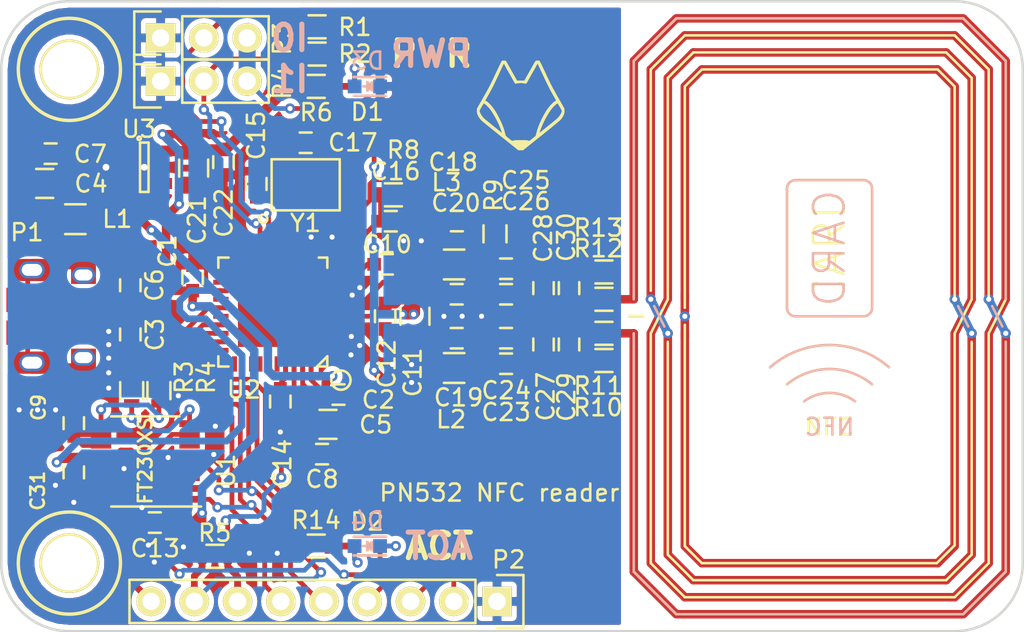
<source format=kicad_pcb>
(kicad_pcb (version 4) (host pcbnew 4.0.2+dfsg1-stable)
  (layers (0 F.Cu signal) (31 B.Cu signal) (34 B.Paste user) (35 F.Paste user) (36 B.SilkS user) (37 F.SilkS user) (38 B.Mask user) (39 F.Mask user) (44 Edge.Cuts user))
  (net 0 "")
  (net 1 +3V3)
  (net 2 GND)
  (net 3 +5V)
  (net 4 "Net-(C3-Pad1)")
  (net 5 VCC)
  (net 6 "Net-(C6-Pad1)")
  (net 7 /3V3OUT)
  (net 8 "Net-(C14-Pad1)")
  (net 9 "Net-(C15-Pad1)")
  (net 10 "Net-(C16-Pad2)")
  (net 11 "Net-(C17-Pad1)")
  (net 12 "Net-(C18-Pad1)")
  (net 13 "Net-(C18-Pad2)")
  (net 14 "Net-(C19-Pad2)")
  (net 15 "Net-(C23-Pad2)")
  (net 16 "Net-(C25-Pad2)")
  (net 17 "Net-(D1-Pad2)")
  (net 18 /RXLED)
  (net 19 "Net-(L1-Pad2)")
  (net 20 "Net-(L2-Pad2)")
  (net 21 "Net-(L3-Pad2)")
  (net 22 "Net-(P1-Pad4)")
  (net 23 "Net-(P1-Pad6)")
  (net 24 /SCK)
  (net 25 /MISO)
  (net 26 /MOSI)
  (net 27 /NSS)
  (net 28 /IRQ)
  (net 29 /~RSTPDN~)
  (net 30 /I0)
  (net 31 /I1)
  (net 32 "Net-(R3-Pad1)")
  (net 33 "Net-(R4-Pad1)")
  (net 34 "Net-(U1-Pad2)")
  (net 35 "Net-(U1-Pad6)")
  (net 36 "Net-(U1-Pad14)")
  (net 37 "Net-(U1-Pad15)")
  (net 38 "Net-(U1-Pad16)")
  (net 39 "Net-(U2-Pad2)")
  (net 40 "Net-(U2-Pad12)")
  (net 41 "Net-(U2-Pad13)")
  (net 42 "Net-(U2-Pad19)")
  (net 43 "Net-(U2-Pad20)")
  (net 44 "Net-(U2-Pad24)")
  (net 45 "Net-(U2-Pad26)")
  (net 46 "Net-(U2-Pad21)")
  (net 47 "Net-(U2-Pad22)")
  (net 48 "Net-(U2-Pad36)")
  (net 49 "Net-(U2-Pad34)")
  (net 50 "Net-(U2-Pad31)")
  (net 51 "Net-(U2-Pad32)")
  (net 52 "Net-(U2-Pad35)")
  (net 53 "Net-(U2-Pad33)")
  (net 54 "Net-(U3-Pad4)")
  (net 55 "Net-(D2-Pad2)")
  (net 56 "Net-(ANT1-Pad1)")
  (net 57 /TX2_L)
  (net 58 "Net-(ANT1-Pad2)")
  (module "KiCAD library:DP6037_PCB_Outline_NoBackHoles" (layer F.Cu) (at 148.5 105.0036)
    (fp_text reference PCB1 hide)
    (fp_text value PCB hide)
    (pad 1 thru_hole circle (at -26 14.5) (size 3.5 3.5) (drill 3.2) (layers *.Cu *.Mask F.SilkS))
    (pad 1 thru_hole circle (at -26 -14.5) (size 3.5 3.5) (drill 3.2) (layers *.Cu *.Mask F.SilkS))
  )
  (module "KiCAD library:VIA_STITCH_TENTED_0.3mm" (layer F.Cu) (at 142.6 108.89)
    (fp_text reference P5 hide)
    (fp_text value CONN_01X01 hide)
    (pad 1 thru_hole circle (at 0 0) (size 0.6 0.6) (drill 0.3) (layers *.Cu) (net 2 GND))
  )
  (module "KiCAD library:VIA_STITCH_TENTED_0.3mm" (layer F.Cu) (at 142.6 107.84)
    (fp_text reference P5 hide)
    (fp_text value CONN_01X01 hide)
    (pad 1 thru_hole circle (at 0 0) (size 0.6 0.6) (drill 0.3) (layers *.Cu) (net 2 GND))
  )
  (module "KiCAD library:VIA_STITCH_TENTED_0.3mm" (layer F.Cu) (at 141.47 107.83)
    (fp_text reference P5 hide)
    (fp_text value CONN_01X01 hide)
    (pad 1 thru_hole circle (at 0 0) (size 0.6 0.6) (drill 0.3) (layers *.Cu) (net 2 GND))
  )
  (module "KiCAD library:VIA_STITCH_TENTED_0.3mm" (layer F.Cu) (at 139.55 106.72)
    (fp_text reference P5 hide)
    (fp_text value CONN_01X01 hide)
    (pad 1 thru_hole circle (at 0 0) (size 0.6 0.6) (drill 0.3) (layers *.Cu) (net 2 GND))
  )
  (module "KiCAD library:VIA_STITCH_TENTED_0.3mm" (layer F.Cu) (at 139.56 103.32)
    (fp_text reference P5 hide)
    (fp_text value CONN_01X01 hide)
    (pad 1 thru_hole circle (at 0 0) (size 0.6 0.6) (drill 0.3) (layers *.Cu) (net 2 GND))
  )
  (module "KiCAD library:VIA_STITCH_TENTED_0.3mm" (layer F.Cu) (at 127.49 119.44)
    (fp_text reference P5 hide)
    (fp_text value CONN_01X01 hide)
    (pad 1 thru_hole circle (at 0 0) (size 0.6 0.6) (drill 0.3) (layers *.Cu) (net 2 GND))
  )
  (module "KiCAD library:VIA_STITCH_TENTED_0.3mm" (layer F.Cu) (at 134.71 118.92)
    (fp_text reference P5 hide)
    (fp_text value CONN_01X01 hide)
    (pad 1 thru_hole circle (at 0 0) (size 0.6 0.6) (drill 0.3) (layers *.Cu) (net 2 GND))
  )
  (module "KiCAD library:VIA_STITCH_TENTED_0.3mm" (layer F.Cu) (at 133.07 118.92)
    (fp_text reference P5 hide)
    (fp_text value CONN_01X01 hide)
    (pad 1 thru_hole circle (at 0 0) (size 0.6 0.6) (drill 0.3) (layers *.Cu) (net 2 GND))
  )
  (module "KiCAD library:VIA_STITCH_TENTED_0.3mm" (layer F.Cu) (at 129.2 118.55)
    (fp_text reference P5 hide)
    (fp_text value CONN_01X01 hide)
    (pad 1 thru_hole circle (at 0 0) (size 0.6 0.6) (drill 0.3) (layers *.Cu) (net 2 GND))
  )
  (module "KiCAD library:VIA_STITCH_TENTED_0.3mm" (layer F.Cu) (at 131.07 111.46)
    (fp_text reference P5 hide)
    (fp_text value CONN_01X01 hide)
    (pad 1 thru_hole circle (at 0 0) (size 0.6 0.6) (drill 0.3) (layers *.Cu) (net 2 GND))
  )
  (module "KiCAD library:VIA_STITCH_TENTED_0.3mm" (layer F.Cu) (at 126.76 116.24)
    (fp_text reference P5 hide)
    (fp_text value CONN_01X01 hide)
    (pad 1 thru_hole circle (at 0 0) (size 0.6 0.6) (drill 0.3) (layers *.Cu) (net 2 GND))
  )
  (module "KiCAD library:VIA_STITCH_TENTED_0.3mm" (layer F.Cu) (at 127.14 118.44)
    (fp_text reference P5 hide)
    (fp_text value CONN_01X01 hide)
    (pad 1 thru_hole circle (at 0 0) (size 0.6 0.6) (drill 0.3) (layers *.Cu) (net 2 GND))
  )
  (module "KiCAD library:VIA_STITCH_TENTED_0.3mm" (layer F.Cu) (at 128.9 109.67)
    (fp_text reference P5 hide)
    (fp_text value CONN_01X01 hide)
    (pad 1 thru_hole circle (at 0 0) (size 0.6 0.6) (drill 0.3) (layers *.Cu) (net 2 GND))
  )
  (module "KiCAD library:VIA_STITCH_TENTED_0.3mm" (layer F.Cu) (at 119.55 110.5)
    (fp_text reference P5 hide)
    (fp_text value CONN_01X01 hide)
    (pad 1 thru_hole circle (at 0 0) (size 0.6 0.6) (drill 0.3) (layers *.Cu) (net 2 GND))
  )
  (module "KiCAD library:VIA_STITCH_TENTED_0.3mm" (layer F.Cu) (at 120.63 110.5)
    (fp_text reference P5 hide)
    (fp_text value CONN_01X01 hide)
    (pad 1 thru_hole circle (at 0 0) (size 0.6 0.6) (drill 0.3) (layers *.Cu) (net 2 GND))
  )
  (module "KiCAD library:VIA_STITCH_TENTED_0.3mm" (layer F.Cu) (at 121.69 110.5)
    (fp_text reference P5 hide)
    (fp_text value CONN_01X01 hide)
    (pad 1 thru_hole circle (at 0 0) (size 0.6 0.6) (drill 0.3) (layers *.Cu) (net 2 GND))
  )
  (module "KiCAD library:VIA_STITCH_TENTED_0.3mm" (layer F.Cu) (at 124.81 109.22)
    (fp_text reference P5 hide)
    (fp_text value CONN_01X01 hide)
    (pad 1 thru_hole circle (at 0 0) (size 0.6 0.6) (drill 0.3) (layers *.Cu) (net 2 GND))
  )
  (module "KiCAD library:VIA_STITCH_TENTED_0.3mm" (layer F.Cu) (at 124.81 108.32)
    (fp_text reference P5 hide)
    (fp_text value CONN_01X01 hide)
    (pad 1 thru_hole circle (at 0 0) (size 0.6 0.6) (drill 0.3) (layers *.Cu) (net 2 GND))
  )
  (module "KiCAD library:VIA_STITCH_TENTED_0.3mm" (layer F.Cu) (at 124.81 107.46)
    (fp_text reference P5 hide)
    (fp_text value CONN_01X01 hide)
    (pad 1 thru_hole circle (at 0 0) (size 0.6 0.6) (drill 0.3) (layers *.Cu) (net 2 GND))
  )
  (module "KiCAD library:VIA_STITCH_TENTED_0.3mm" (layer F.Cu) (at 124.81 106.67)
    (fp_text reference P5 hide)
    (fp_text value CONN_01X01 hide)
    (pad 1 thru_hole circle (at 0 0) (size 0.6 0.6) (drill 0.3) (layers *.Cu) (net 2 GND))
  )
  (module "KiCAD library:VIA_STITCH_TENTED_0.3mm" (layer F.Cu) (at 124.81 105.89)
    (fp_text reference P5 hide)
    (fp_text value CONN_01X01 hide)
    (pad 1 thru_hole circle (at 0 0) (size 0.6 0.6) (drill 0.3) (layers *.Cu) (net 2 GND))
  )
  (module "KiCAD library:VIA_STITCH_TENTED_0.3mm" (layer F.Cu) (at 137.93 100.35)
    (fp_text reference P5 hide)
    (fp_text value CONN_01X01 hide)
    (pad 1 thru_hole circle (at 0 0) (size 0.6 0.6) (drill 0.3) (layers *.Cu) (net 2 GND))
  )
  (module "KiCAD library:VIA_STITCH_TENTED_0.3mm" (layer F.Cu) (at 136.7 100.35)
    (fp_text reference P5 hide)
    (fp_text value CONN_01X01 hide)
    (pad 1 thru_hole circle (at 0 0) (size 0.6 0.6) (drill 0.3) (layers *.Cu) (net 2 GND))
  )
  (module "KiCAD library:VIA_STITCH_TENTED_0.3mm" (layer F.Cu) (at 143.17 100.57)
    (fp_text reference P5 hide)
    (fp_text value CONN_01X01 hide)
    (pad 1 thru_hole circle (at 0 0) (size 0.6 0.6) (drill 0.3) (layers *.Cu) (net 2 GND))
  )
  (module "KiCAD library:VIA_STITCH_TENTED_0.3mm" (layer F.Cu) (at 142.13 100.57)
    (fp_text reference P5 hide)
    (fp_text value CONN_01X01 hide)
    (pad 1 thru_hole circle (at 0 0) (size 0.6 0.6) (drill 0.3) (layers *.Cu) (net 2 GND))
  )
  (module "KiCAD library:VIA_STITCH_TENTED_0.3mm" (layer F.Cu) (at 134.89 111.8)
    (fp_text reference P5 hide)
    (fp_text value CONN_01X01 hide)
    (pad 1 thru_hole circle (at 0 0) (size 0.6 0.6) (drill 0.3) (layers *.Cu) (net 2 GND))
  )
  (module "KiCAD library:VIA_STITCH_TENTED_0.3mm" (layer F.Cu) (at 139.04 107.27)
    (fp_text reference P5 hide)
    (fp_text value CONN_01X01 hide)
    (pad 1 thru_hole circle (at 0 0) (size 0.6 0.6) (drill 0.3) (layers *.Cu) (net 2 GND))
  )
  (module "KiCAD library:VIA_STITCH_TENTED_0.3mm" (layer F.Cu) (at 139.06 106.19)
    (fp_text reference P5 hide)
    (fp_text value CONN_01X01 hide)
    (pad 1 thru_hole circle (at 0 0) (size 0.6 0.6) (drill 0.3) (layers *.Cu) (net 2 GND))
  )
  (module "KiCAD library:VIA_STITCH_TENTED_0.3mm" (layer F.Cu) (at 121.68 114.93)
    (fp_text reference P5 hide)
    (fp_text value CONN_01X01 hide)
    (pad 1 thru_hole circle (at 0 0) (size 0.6 0.6) (drill 0.3) (layers *.Cu) (net 2 GND))
  )
  (module "KiCAD library:VIA_STITCH_TENTED_0.3mm" (layer F.Cu) (at 122.76 115.93)
    (fp_text reference P5 hide)
    (fp_text value CONN_01X01 hide)
    (pad 1 thru_hole circle (at 0 0) (size 0.6 0.6) (drill 0.3) (layers *.Cu) (net 2 GND))
  )
  (module "KiCAD library:VIA_STITCH_TENTED_0.3mm" (layer F.Cu) (at 125.71 113.95)
    (fp_text reference P5 hide)
    (fp_text value CONN_01X01 hide)
    (pad 1 thru_hole circle (at 0 0) (size 0.6 0.6) (drill 0.3) (layers *.Cu) (net 2 GND))
  )
  (module "KiCAD library:VIA_STITCH_TENTED_0.3mm" (layer F.Cu) (at 128.3 113.3)
    (fp_text reference P5 hide)
    (fp_text value CONN_01X01 hide)
    (pad 1 thru_hole circle (at 0 0) (size 0.6 0.6) (drill 0.3) (layers *.Cu) (net 2 GND))
  )
  (module "KiCAD library:VIA_STITCH_TENTED_0.3mm" (layer F.Cu) (at 130.98 113.12)
    (fp_text reference P5 hide)
    (fp_text value CONN_01X01 hide)
    (pad 1 thru_hole circle (at 0 0) (size 0.6 0.6) (drill 0.3) (layers *.Cu) (net 2 GND))
  )
  (module "KiCAD library:VIA_STITCH_TENTED_0.3mm" (layer F.Cu) (at 146.71 105)
    (fp_text reference P5 hide)
    (fp_text value CONN_01X01 hide)
    (pad 1 thru_hole circle (at 0 0) (size 0.6 0.6) (drill 0.3) (layers *.Cu) (net 2 GND))
  )
  (module Capacitors_SMD:C_0603 (layer F.Cu) (at 141.38 99.42 180)
    (fp_text reference C16 (at -0.29 2.93 180) (layer F.SilkS))
    (fp_text value 100nF)
    (pad 1 smd rect (at -0.75 0 180) (size 0.8 0.75) (layers F.Cu F.Paste F.Mask) (net 2 GND))
    (pad 2 smd rect (at 0.75 0 180) (size 0.8 0.75) (layers F.Cu F.Paste F.Mask) (net 10 "Net-(C16-Pad2)"))
  )
  (module Capacitors_SMD:C_0603 (layer F.Cu) (at 145.25 103.71)
    (fp_text reference C20 (at -0.04 -5.36) (layer F.SilkS))
    (fp_text value 220p)
    (pad 1 smd rect (at -0.75 0) (size 0.8 0.75) (layers F.Cu F.Paste F.Mask) (net 2 GND))
    (pad 2 smd rect (at 0.75 0) (size 0.8 0.75) (layers F.Cu F.Paste F.Mask) (net 57 /TX2_L))
  )
  (module Capacitors_SMD:C_0603 (layer F.Cu) (at 129.74 102.75 90)
    (fp_text reference C1 (at 1.57 -1.47 90) (layer F.SilkS))
    (fp_text value 100nF)
    (pad 1 smd rect (at -0.75 0 90) (size 0.8 0.75) (layers F.Cu F.Paste F.Mask) (net 1 +3V3))
    (pad 2 smd rect (at 0.75 0 90) (size 0.8 0.75) (layers F.Cu F.Paste F.Mask) (net 2 GND))
  )
  (module Capacitors_SMD:C_0603 (layer F.Cu) (at 138.31 109.6)
    (fp_text reference C2 (at 2.34 0.31) (layer F.SilkS))
    (fp_text value 100nF)
    (pad 1 smd rect (at -0.75 0) (size 0.8 0.75) (layers F.Cu F.Paste F.Mask) (net 3 +5V))
    (pad 2 smd rect (at 0.75 0) (size 0.8 0.75) (layers F.Cu F.Paste F.Mask) (net 2 GND))
  )
  (module Capacitors_SMD:C_0603 (layer F.Cu) (at 126.08 106.07 270)
    (fp_text reference C3 (at 0.01 -1.45 270) (layer F.SilkS))
    (fp_text value 47pF)
    (pad 1 smd rect (at -0.75 0 270) (size 0.8 0.75) (layers F.Cu F.Paste F.Mask) (net 4 "Net-(C3-Pad1)"))
    (pad 2 smd rect (at 0.75 0 270) (size 0.8 0.75) (layers F.Cu F.Paste F.Mask) (net 2 GND))
  )
  (module Capacitors_SMD:C_0805 (layer F.Cu) (at 121.05 97.2 180)
    (fp_text reference C4 (at -2.72 -0.02 180) (layer F.SilkS))
    (fp_text value 10uF)
    (pad 1 smd rect (at -1 0 180) (size 1 1.25) (layers F.Cu F.Paste F.Mask) (net 3 +5V))
    (pad 2 smd rect (at 1 0 180) (size 1 1.25) (layers F.Cu F.Paste F.Mask) (net 2 GND))
  )
  (module Capacitors_SMD:C_0805 (layer F.Cu) (at 137.69 111.35)
    (fp_text reference C5 (at 2.8 0.02) (layer F.SilkS))
    (fp_text value 10uF)
    (pad 1 smd rect (at -1 0) (size 1 1.25) (layers F.Cu F.Paste F.Mask) (net 5 VCC))
    (pad 2 smd rect (at 1 0) (size 1 1.25) (layers F.Cu F.Paste F.Mask) (net 2 GND))
  )
  (module Capacitors_SMD:C_0603 (layer F.Cu) (at 126.08 103.18 90)
    (fp_text reference C6 (at 0.01 1.42 90) (layer F.SilkS))
    (fp_text value 47pF)
    (pad 1 smd rect (at -0.75 0 90) (size 0.8 0.75) (layers F.Cu F.Paste F.Mask) (net 6 "Net-(C6-Pad1)"))
    (pad 2 smd rect (at 0.75 0 90) (size 0.8 0.75) (layers F.Cu F.Paste F.Mask) (net 2 GND))
  )
  (module Capacitors_SMD:C_0603 (layer F.Cu) (at 121.4 95.45 180)
    (fp_text reference C7 (at -2.33 -0.02 180) (layer F.SilkS))
    (fp_text value 100nF)
    (pad 1 smd rect (at -0.75 0 180) (size 0.8 0.75) (layers F.Cu F.Paste F.Mask) (net 3 +5V))
    (pad 2 smd rect (at 0.75 0 180) (size 0.8 0.75) (layers F.Cu F.Paste F.Mask) (net 2 GND))
  )
  (module Capacitors_SMD:C_0603 (layer F.Cu) (at 137.34 113.1)
    (fp_text reference C8 (at 0 1.47) (layer F.SilkS))
    (fp_text value 100nF)
    (pad 1 smd rect (at -0.75 0) (size 0.8 0.75) (layers F.Cu F.Paste F.Mask) (net 5 VCC))
    (pad 2 smd rect (at 0.75 0) (size 0.8 0.75) (layers F.Cu F.Paste F.Mask) (net 2 GND))
  )
  (module Capacitors_SMD:C_0603 (layer F.Cu) (at 122.76 111.28 270)
    (fp_text reference C9 (at -0.92 2.07 270) (layer F.SilkS) (effects (font (size 0.8 0.8))))
    (fp_text value 100nF)
    (pad 1 smd rect (at -0.75 0 270) (size 0.8 0.75) (layers F.Cu F.Paste F.Mask) (net 2 GND))
    (pad 2 smd rect (at 0.75 0 270) (size 0.8 0.75) (layers F.Cu F.Paste F.Mask) (net 7 /3V3OUT))
  )
  (module Capacitors_SMD:C_0603 (layer F.Cu) (at 141.15 101.95)
    (fp_text reference C10 (at 0.02 -1.17) (layer F.SilkS))
    (fp_text value 100nF)
    (pad 1 smd rect (at -0.75 0) (size 0.8 0.75) (layers F.Cu F.Paste F.Mask) (net 5 VCC))
    (pad 2 smd rect (at 0.75 0) (size 0.8 0.75) (layers F.Cu F.Paste F.Mask) (net 2 GND))
  )
  (module Capacitors_SMD:C_0805 (layer F.Cu) (at 142.8 105 270)
    (fp_text reference C11 (at 3.3 0.13 270) (layer F.SilkS))
    (fp_text value 10uF)
    (pad 1 smd rect (at -1 0 270) (size 1 1.25) (layers F.Cu F.Paste F.Mask) (net 5 VCC))
    (pad 2 smd rect (at 1 0 270) (size 1 1.25) (layers F.Cu F.Paste F.Mask) (net 2 GND))
  )
  (module Capacitors_SMD:C_0603 (layer F.Cu) (at 141.05 105 270)
    (fp_text reference C12 (at 2.79 -0.09 270) (layer F.SilkS))
    (fp_text value 100nF)
    (pad 1 smd rect (at -0.75 0 270) (size 0.8 0.75) (layers F.Cu F.Paste F.Mask) (net 5 VCC))
    (pad 2 smd rect (at 0.75 0 270) (size 0.8 0.75) (layers F.Cu F.Paste F.Mask) (net 2 GND))
  )
  (module Capacitors_SMD:C_0603 (layer F.Cu) (at 127.52 117.12 180)
    (fp_text reference C13 (at -0.02 -1.52 180) (layer F.SilkS))
    (fp_text value 100nF)
    (pad 1 smd rect (at -0.75 0 180) (size 0.8 0.75) (layers F.Cu F.Paste F.Mask) (net 1 +3V3))
    (pad 2 smd rect (at 0.75 0 180) (size 0.8 0.75) (layers F.Cu F.Paste F.Mask) (net 2 GND))
  )
  (module Capacitors_SMD:C_0603 (layer F.Cu) (at 134.89 110.01 270)
    (fp_text reference C14 (at 3.65 -0.13 270) (layer F.SilkS))
    (fp_text value 100nF)
    (pad 1 smd rect (at -0.75 0 270) (size 0.8 0.75) (layers F.Cu F.Paste F.Mask) (net 8 "Net-(C14-Pad1)"))
    (pad 2 smd rect (at 0.75 0 270) (size 0.8 0.75) (layers F.Cu F.Paste F.Mask) (net 2 GND))
  )
  (module Capacitors_SMD:C_0603 (layer F.Cu) (at 133.48 97.23 90)
    (fp_text reference C15 (at 2.85 -0.01 90) (layer F.SilkS))
    (fp_text value C)
    (pad 1 smd rect (at -0.75 0 90) (size 0.8 0.75) (layers F.Cu F.Paste F.Mask) (net 9 "Net-(C15-Pad1)"))
    (pad 2 smd rect (at 0.75 0 90) (size 0.8 0.75) (layers F.Cu F.Paste F.Mask) (net 2 GND))
  )
  (module Capacitors_SMD:C_0603 (layer F.Cu) (at 136.38 94.81 180)
    (fp_text reference C17 (at -2.77 0.01 180) (layer F.SilkS))
    (fp_text value C)
    (pad 1 smd rect (at -0.75 0 180) (size 0.8 0.75) (layers F.Cu F.Paste F.Mask) (net 11 "Net-(C17-Pad1)"))
    (pad 2 smd rect (at 0.75 0 180) (size 0.8 0.75) (layers F.Cu F.Paste F.Mask) (net 2 GND))
  )
  (module Capacitors_SMD:C_0603 (layer F.Cu) (at 145.26 99.41 180)
    (fp_text reference C18 (at 0.22 3.46 180) (layer F.SilkS))
    (fp_text value 1nF)
    (pad 1 smd rect (at -0.75 0 180) (size 0.8 0.75) (layers F.Cu F.Paste F.Mask) (net 12 "Net-(C18-Pad1)"))
    (pad 2 smd rect (at 0.75 0 180) (size 0.8 0.75) (layers F.Cu F.Paste F.Mask) (net 13 "Net-(C18-Pad2)"))
  )
  (module Capacitors_SMD:C_0603 (layer F.Cu) (at 145.25 106.29)
    (fp_text reference C19 (at 0.11 3.49) (layer F.SilkS))
    (fp_text value 220p)
    (pad 1 smd rect (at -0.75 0) (size 0.8 0.75) (layers F.Cu F.Paste F.Mask) (net 2 GND))
    (pad 2 smd rect (at 0.75 0) (size 0.8 0.75) (layers F.Cu F.Paste F.Mask) (net 14 "Net-(C19-Pad2)"))
  )
  (module Capacitors_SMD:C_0805 (layer F.Cu) (at 129.8 96.3 270)
    (fp_text reference C21 (at 3.05 -0.2 270) (layer F.SilkS))
    (fp_text value 10uF)
    (pad 1 smd rect (at -1 0 270) (size 1 1.25) (layers F.Cu F.Paste F.Mask) (net 1 +3V3))
    (pad 2 smd rect (at 1 0 270) (size 1 1.25) (layers F.Cu F.Paste F.Mask) (net 2 GND))
  )
  (module Capacitors_SMD:C_0603 (layer F.Cu) (at 131.55 95.95 270)
    (fp_text reference C22 (at 2.98 -0.02 270) (layer F.SilkS))
    (fp_text value 100nF)
    (pad 1 smd rect (at -0.75 0 270) (size 0.8 0.75) (layers F.Cu F.Paste F.Mask) (net 1 +3V3))
    (pad 2 smd rect (at 0.75 0 270) (size 0.8 0.75) (layers F.Cu F.Paste F.Mask) (net 2 GND))
  )
  (module Capacitors_SMD:C_0603 (layer F.Cu) (at 148.15 107.79)
    (fp_text reference C23 (at 0 2.85) (layer F.SilkS))
    (fp_text value TBD)
    (pad 1 smd rect (at -0.75 0) (size 0.8 0.75) (layers F.Cu F.Paste F.Mask) (net 14 "Net-(C19-Pad2)"))
    (pad 2 smd rect (at 0.75 0) (size 0.8 0.75) (layers F.Cu F.Paste F.Mask) (net 15 "Net-(C23-Pad2)"))
  )
  (module Capacitors_SMD:C_0603 (layer F.Cu) (at 148.15 106.29)
    (fp_text reference C24 (at 0.01 3.07) (layer F.SilkS))
    (fp_text value TBD)
    (pad 1 smd rect (at -0.75 0) (size 0.8 0.75) (layers F.Cu F.Paste F.Mask) (net 14 "Net-(C19-Pad2)"))
    (pad 2 smd rect (at 0.75 0) (size 0.8 0.75) (layers F.Cu F.Paste F.Mask) (net 15 "Net-(C23-Pad2)"))
  )
  (module Capacitors_SMD:C_0603 (layer F.Cu) (at 148.15 102.21)
    (fp_text reference C25 (at 1.16 -5.19) (layer F.SilkS))
    (fp_text value TBD)
    (pad 1 smd rect (at -0.75 0) (size 0.8 0.75) (layers F.Cu F.Paste F.Mask) (net 57 /TX2_L))
    (pad 2 smd rect (at 0.75 0) (size 0.8 0.75) (layers F.Cu F.Paste F.Mask) (net 16 "Net-(C25-Pad2)"))
  )
  (module Capacitors_SMD:C_0603 (layer F.Cu) (at 148.15 103.71)
    (fp_text reference C26 (at 1.16 -5.46) (layer F.SilkS))
    (fp_text value TBD)
    (pad 1 smd rect (at -0.75 0) (size 0.8 0.75) (layers F.Cu F.Paste F.Mask) (net 57 /TX2_L))
    (pad 2 smd rect (at 0.75 0) (size 0.8 0.75) (layers F.Cu F.Paste F.Mask) (net 16 "Net-(C25-Pad2)"))
  )
  (module Capacitors_SMD:C_0603 (layer F.Cu) (at 150.35 106.66 90)
    (fp_text reference C27 (at -3.06 0.13 90) (layer F.SilkS))
    (fp_text value TBD)
    (pad 1 smd rect (at -0.75 0 90) (size 0.8 0.75) (layers F.Cu F.Paste F.Mask) (net 15 "Net-(C23-Pad2)"))
    (pad 2 smd rect (at 0.75 0 90) (size 0.8 0.75) (layers F.Cu F.Paste F.Mask) (net 2 GND))
  )
  (module Capacitors_SMD:C_0603 (layer F.Cu) (at 150.35 103.35 90)
    (fp_text reference C28 (at 2.94 -0.02 90) (layer F.SilkS))
    (fp_text value TBD)
    (pad 1 smd rect (at -0.75 0 90) (size 0.8 0.75) (layers F.Cu F.Paste F.Mask) (net 2 GND))
    (pad 2 smd rect (at 0.75 0 90) (size 0.8 0.75) (layers F.Cu F.Paste F.Mask) (net 16 "Net-(C25-Pad2)"))
  )
  (module Capacitors_SMD:C_0603 (layer F.Cu) (at 151.85 106.66 90)
    (fp_text reference C29 (at -3.09 -0.15 90) (layer F.SilkS))
    (fp_text value TBD)
    (pad 1 smd rect (at -0.75 0 90) (size 0.8 0.75) (layers F.Cu F.Paste F.Mask) (net 15 "Net-(C23-Pad2)"))
    (pad 2 smd rect (at 0.75 0 90) (size 0.8 0.75) (layers F.Cu F.Paste F.Mask) (net 2 GND))
  )
  (module Capacitors_SMD:C_0603 (layer F.Cu) (at 151.85 103.35 90)
    (fp_text reference C30 (at 2.99 -0.16 90) (layer F.SilkS))
    (fp_text value TBD)
    (pad 1 smd rect (at -0.75 0 90) (size 0.8 0.75) (layers F.Cu F.Paste F.Mask) (net 2 GND))
    (pad 2 smd rect (at 0.75 0 90) (size 0.8 0.75) (layers F.Cu F.Paste F.Mask) (net 16 "Net-(C25-Pad2)"))
  )
  (module LEDs:LED_0603 (layer F.Cu) (at 140 91.5 180)
    (fp_text reference D1 (at 0 -1.5 180) (layer F.SilkS))
    (fp_text value LED)
    (pad 2 smd rect (at 0.7493 0) (size 0.79756 0.79756) (layers F.Cu F.Paste F.Mask) (net 17 "Net-(D1-Pad2)"))
    (pad 1 smd rect (at -0.7493 0) (size 0.79756 0.79756) (layers F.Cu F.Paste F.Mask) (net 2 GND))
  )
  (module LEDs:LED_0603 (layer F.Cu) (at 140 118.5 180)
    (fp_text reference D2 (at 0.01 1.43 180) (layer F.SilkS))
    (fp_text value LED)
    (pad 2 smd rect (at 0.7493 0) (size 0.79756 0.79756) (layers F.Cu F.Paste F.Mask) (net 55 "Net-(D2-Pad2)"))
    (pad 1 smd rect (at -0.7493 0) (size 0.79756 0.79756) (layers F.Cu F.Paste F.Mask) (net 18 /RXLED))
  )
  (module "KiCAD library:FIDUCIAL_1mm" (layer F.Cu) (at 152 121)
    (fp_text reference FID1 hide)
    (fp_text value Fiducial hide)
    (pad 1 smd circle (at 0 0) (size 1 1) (layers F.Cu F.Paste F.Mask) (clearance 0.6))
  )
  (module "KiCAD library:FIDUCIAL_1mm" (layer F.Cu) (at 120.24 112.8)
    (fp_text reference FID2 hide)
    (fp_text value Fiducial hide)
    (pad 1 smd circle (at 0 0) (size 1 1) (layers F.Cu F.Paste F.Mask) (clearance 0.6))
  )
  (module "KiCAD library:FIDUCIAL_1mm" (layer F.Cu) (at 152.5 89)
    (fp_text reference FID3 hide)
    (fp_text value Fiducial hide)
    (pad 1 smd circle (at 0 0) (size 1 1) (layers F.Cu F.Paste F.Mask) (clearance 0.6))
  )
  (module Resistors_SMD:R_0805 (layer F.Cu) (at 122.85 99.3)
    (fp_text reference L1 (at 2.46 -0.01) (layer F.SilkS))
    (fp_text value Ferrite_Bead)
    (pad 1 smd rect (at -0.95 0) (size 0.7 1.3) (layers F.Cu F.Paste F.Mask) (net 3 +5V))
    (pad 2 smd rect (at 0.95 0) (size 0.7 1.3) (layers F.Cu F.Paste F.Mask) (net 19 "Net-(L1-Pad2)"))
  )
  (module Pin_Headers:Pin_Header_Straight_1x09 (layer F.Cu) (at 147.62 121.75 270)
    (fp_text reference P2 (at -2.45 -0.68 360) (layer F.SilkS))
    (fp_text value CONN_01X09)
    (pad 1 thru_hole rect (at 0 0 270) (size 1.7272 1.7272) (drill 1.016) (layers *.Cu *.Mask F.SilkS) (net 2 GND))
    (pad 2 thru_hole oval (at 0 2.54 270) (size 1.7272 1.7272) (drill 1.016) (layers *.Cu *.Mask F.SilkS) (net 24 /SCK))
    (pad 3 thru_hole oval (at 0 5.08 270) (size 1.7272 1.7272) (drill 1.016) (layers *.Cu *.Mask F.SilkS) (net 25 /MISO))
    (pad 4 thru_hole oval (at 0 7.62 270) (size 1.7272 1.7272) (drill 1.016) (layers *.Cu *.Mask F.SilkS) (net 26 /MOSI))
    (pad 5 thru_hole oval (at 0 10.16 270) (size 1.7272 1.7272) (drill 1.016) (layers *.Cu *.Mask F.SilkS) (net 27 /NSS))
    (pad 6 thru_hole oval (at 0 12.7 270) (size 1.7272 1.7272) (drill 1.016) (layers *.Cu *.Mask F.SilkS) (net 28 /IRQ))
    (pad 7 thru_hole oval (at 0 15.24 270) (size 1.7272 1.7272) (drill 1.016) (layers *.Cu *.Mask F.SilkS) (net 29 /~RSTPDN~))
    (pad 8 thru_hole oval (at 0 17.78 270) (size 1.7272 1.7272) (drill 1.016) (layers *.Cu *.Mask F.SilkS) (net 1 +3V3))
    (pad 9 thru_hole oval (at 0 20.32 270) (size 1.7272 1.7272) (drill 1.016) (layers *.Cu *.Mask F.SilkS) (net 3 +5V))
  )
  (module Pin_Headers:Pin_Header_Straight_1x03 (layer F.Cu) (at 127.86 88.65 90)
    (fp_text reference P3 (at -0.05 7.14 90) (layer F.SilkS))
    (fp_text value CONN_01X03)
    (pad 1 thru_hole rect (at 0 0 90) (size 1.7272 1.7272) (drill 1.016) (layers *.Cu *.Mask F.SilkS) (net 2 GND))
    (pad 2 thru_hole oval (at 0 2.54 90) (size 1.7272 1.7272) (drill 1.016) (layers *.Cu *.Mask F.SilkS) (net 30 /I0))
    (pad 3 thru_hole oval (at 0 5.08 90) (size 1.7272 1.7272) (drill 1.016) (layers *.Cu *.Mask F.SilkS) (net 5 VCC))
  )
  (module Pin_Headers:Pin_Header_Straight_1x03 (layer F.Cu) (at 127.86 91.19 90)
    (fp_text reference P4 (at -0.11 7.14 270) (layer F.SilkS))
    (fp_text value CONN_01X03)
    (pad 1 thru_hole rect (at 0 0 90) (size 1.7272 1.7272) (drill 1.016) (layers *.Cu *.Mask F.SilkS) (net 2 GND))
    (pad 2 thru_hole oval (at 0 2.54 90) (size 1.7272 1.7272) (drill 1.016) (layers *.Cu *.Mask F.SilkS) (net 31 /I1))
    (pad 3 thru_hole oval (at 0 5.08 90) (size 1.7272 1.7272) (drill 1.016) (layers *.Cu *.Mask F.SilkS) (net 5 VCC))
  )
  (module Resistors_SMD:R_0603 (layer F.Cu) (at 137.05 88 180)
    (fp_text reference R1 (at -2.22 -0.02 180) (layer F.SilkS))
    (fp_text value 10k)
    (pad 1 smd rect (at -0.75 0 180) (size 0.5 0.9) (layers F.Cu F.Paste F.Mask) (net 2 GND))
    (pad 2 smd rect (at 0.75 0 180) (size 0.5 0.9) (layers F.Cu F.Paste F.Mask) (net 30 /I0))
  )
  (module Resistors_SMD:R_0603 (layer F.Cu) (at 137.05 89.6 180)
    (fp_text reference R2 (at -2.22 0.01 180) (layer F.SilkS))
    (fp_text value 10k)
    (pad 1 smd rect (at -0.75 0 180) (size 0.5 0.9) (layers F.Cu F.Paste F.Mask) (net 2 GND))
    (pad 2 smd rect (at 0.75 0 180) (size 0.5 0.9) (layers F.Cu F.Paste F.Mask) (net 31 /I1))
  )
  (module Resistors_SMD:R_0603 (layer F.Cu) (at 126.16 109.37 90)
    (fp_text reference R3 (at 0.79 3.07 90) (layer F.SilkS))
    (fp_text value 27R)
    (pad 1 smd rect (at -0.75 0 90) (size 0.5 0.9) (layers F.Cu F.Paste F.Mask) (net 32 "Net-(R3-Pad1)"))
    (pad 2 smd rect (at 0.75 0 90) (size 0.5 0.9) (layers F.Cu F.Paste F.Mask) (net 4 "Net-(C3-Pad1)"))
  )
  (module Resistors_SMD:R_0603 (layer F.Cu) (at 127.76 109.37 90)
    (fp_text reference R4 (at 0.78 2.78 90) (layer F.SilkS))
    (fp_text value 27R)
    (pad 1 smd rect (at -0.75 0 90) (size 0.5 0.9) (layers F.Cu F.Paste F.Mask) (net 33 "Net-(R4-Pad1)"))
    (pad 2 smd rect (at 0.75 0 90) (size 0.5 0.9) (layers F.Cu F.Paste F.Mask) (net 6 "Net-(C6-Pad1)"))
  )
  (module Resistors_SMD:R_0603 (layer F.Cu) (at 131.05 119.1 180)
    (fp_text reference R5 (at 0.01 1.37 180) (layer F.SilkS))
    (fp_text value 10k)
    (pad 1 smd rect (at -0.75 0 180) (size 0.5 0.9) (layers F.Cu F.Paste F.Mask) (net 29 /~RSTPDN~))
    (pad 2 smd rect (at 0.75 0 180) (size 0.5 0.9) (layers F.Cu F.Paste F.Mask) (net 1 +3V3))
  )
  (module Resistors_SMD:R_0603 (layer F.Cu) (at 137 91.5 180)
    (fp_text reference R6 (at 0 -1.53 180) (layer F.SilkS))
    (fp_text value 1k)
    (pad 1 smd rect (at -0.75 0 180) (size 0.5 0.9) (layers F.Cu F.Paste F.Mask) (net 17 "Net-(D1-Pad2)"))
    (pad 2 smd rect (at 0.75 0 180) (size 0.5 0.9) (layers F.Cu F.Paste F.Mask) (net 1 +3V3))
  )
  (module Resistors_SMD:R_0603 (layer F.Cu) (at 141.53 97.87)
    (fp_text reference R8 (at 0.59 -2.64) (layer F.SilkS))
    (fp_text value 1k)
    (pad 1 smd rect (at -0.75 0) (size 0.5 0.9) (layers F.Cu F.Paste F.Mask) (net 10 "Net-(C16-Pad2)"))
    (pad 2 smd rect (at 0.75 0) (size 0.5 0.9) (layers F.Cu F.Paste F.Mask) (net 13 "Net-(C18-Pad2)"))
  )
  (module Resistors_SMD:R_0603 (layer F.Cu) (at 147.5 100.16 90)
    (fp_text reference R9 (at 2.27 -0.08 90) (layer F.SilkS))
    (fp_text value 2.7k)
    (pad 1 smd rect (at -0.75 0 90) (size 0.5 0.9) (layers F.Cu F.Paste F.Mask) (net 57 /TX2_L))
    (pad 2 smd rect (at 0.75 0 90) (size 0.5 0.9) (layers F.Cu F.Paste F.Mask) (net 12 "Net-(C18-Pad1)"))
  )
  (module Resistors_SMD:R_0603 (layer F.Cu) (at 153.9 107.6)
    (fp_text reference R10 (at -0.35 2.76) (layer F.SilkS))
    (fp_text value TBD)
    (pad 1 smd rect (at -0.75 0) (size 0.5 0.9) (layers F.Cu F.Paste F.Mask) (net 15 "Net-(C23-Pad2)"))
    (pad 2 smd rect (at 0.75 0) (size 0.5 0.9) (layers F.Cu F.Paste F.Mask) (net 58 "Net-(ANT1-Pad2)"))
  )
  (module Resistors_SMD:R_0603 (layer F.Cu) (at 153.9 106.0036)
    (fp_text reference R11 (at -0.33 3.0864) (layer F.SilkS))
    (fp_text value TBD)
    (pad 1 smd rect (at -0.75 0) (size 0.5 0.9) (layers F.Cu F.Paste F.Mask) (net 15 "Net-(C23-Pad2)"))
    (pad 2 smd rect (at 0.75 0) (size 0.5 0.9) (layers F.Cu F.Paste F.Mask) (net 58 "Net-(ANT1-Pad2)"))
  )
  (module Resistors_SMD:R_0603 (layer F.Cu) (at 153.9 104.0036)
    (fp_text reference R12 (at -0.33 -2.9836) (layer F.SilkS))
    (fp_text value TBD)
    (pad 1 smd rect (at -0.75 0) (size 0.5 0.9) (layers F.Cu F.Paste F.Mask) (net 16 "Net-(C25-Pad2)"))
    (pad 2 smd rect (at 0.75 0) (size 0.5 0.9) (layers F.Cu F.Paste F.Mask) (net 56 "Net-(ANT1-Pad1)"))
  )
  (module Resistors_SMD:R_0603 (layer F.Cu) (at 153.9 102.4)
    (fp_text reference R13 (at -0.33 -2.59) (layer F.SilkS))
    (fp_text value TBD)
    (pad 1 smd rect (at -0.75 0) (size 0.5 0.9) (layers F.Cu F.Paste F.Mask) (net 16 "Net-(C25-Pad2)"))
    (pad 2 smd rect (at 0.75 0) (size 0.5 0.9) (layers F.Cu F.Paste F.Mask) (net 56 "Net-(ANT1-Pad1)"))
  )
  (module Housings_SSOP:SSOP-16_3.9x4.9mm_Pitch0.635mm (layer F.Cu) (at 126.96 113.53 180)
    (fp_text reference U1 (at -4.75 -0.54 270) (layer F.SilkS))
    (fp_text value FT230XS)
    (pad 1 smd rect (at -2.6 -2.2225 180) (size 1.2 0.4) (layers F.Cu F.Paste F.Mask) (net 27 /NSS))
    (pad 2 smd rect (at -2.6 -1.5875 180) (size 1.2 0.4) (layers F.Cu F.Paste F.Mask) (net 34 "Net-(U1-Pad2)"))
    (pad 3 smd rect (at -2.6 -0.9525 180) (size 1.2 0.4) (layers F.Cu F.Paste F.Mask) (net 1 +3V3))
    (pad 4 smd rect (at -2.6 -0.3175 180) (size 1.2 0.4) (layers F.Cu F.Paste F.Mask) (net 26 /MOSI))
    (pad 5 smd rect (at -2.6 0.3175 180) (size 1.2 0.4) (layers F.Cu F.Paste F.Mask) (net 2 GND))
    (pad 6 smd rect (at -2.6 0.9525 180) (size 1.2 0.4) (layers F.Cu F.Paste F.Mask) (net 35 "Net-(U1-Pad6)"))
    (pad 7 smd rect (at -2.6 1.5875 180) (size 1.2 0.4) (layers F.Cu F.Paste F.Mask) (net 18 /RXLED))
    (pad 8 smd rect (at -2.6 2.2225 180) (size 1.2 0.4) (layers F.Cu F.Paste F.Mask) (net 32 "Net-(R3-Pad1)"))
    (pad 9 smd rect (at 2.6 2.2225 180) (size 1.2 0.4) (layers F.Cu F.Paste F.Mask) (net 33 "Net-(R4-Pad1)"))
    (pad 10 smd rect (at 2.6 1.5875 180) (size 1.2 0.4) (layers F.Cu F.Paste F.Mask) (net 7 /3V3OUT))
    (pad 11 smd rect (at 2.6 0.9525 180) (size 1.2 0.4) (layers F.Cu F.Paste F.Mask) (net 7 /3V3OUT))
    (pad 12 smd rect (at 2.6 0.3175 180) (size 1.2 0.4) (layers F.Cu F.Paste F.Mask) (net 3 +5V))
    (pad 13 smd rect (at 2.6 -0.3175 180) (size 1.2 0.4) (layers F.Cu F.Paste F.Mask) (net 2 GND))
    (pad 14 smd rect (at 2.6 -0.9525 180) (size 1.2 0.4) (layers F.Cu F.Paste F.Mask) (net 36 "Net-(U1-Pad14)"))
    (pad 15 smd rect (at 2.6 -1.5875 180) (size 1.2 0.4) (layers F.Cu F.Paste F.Mask) (net 37 "Net-(U1-Pad15)"))
    (pad 16 smd rect (at 2.6 -2.2225 180) (size 1.2 0.4) (layers F.Cu F.Paste F.Mask) (net 38 "Net-(U1-Pad16)"))
  )
  (module TO_SOT_Packages_SMD:SOT-23-5 (layer F.Cu) (at 126.9 96.25)
    (fp_text reference U3 (at -0.31 -2.25) (layer F.SilkS))
    (fp_text value MIC5317-3.3YM5/D5)
    (pad 1 smd rect (at -1.1 -0.95) (size 1.06 0.65) (layers F.Cu F.Paste F.Mask) (net 3 +5V))
    (pad 2 smd rect (at -1.1 0) (size 1.06 0.65) (layers F.Cu F.Paste F.Mask) (net 2 GND))
    (pad 3 smd rect (at -1.1 0.95) (size 1.06 0.65) (layers F.Cu F.Paste F.Mask) (net 3 +5V))
    (pad 4 smd rect (at 1.1 0.95) (size 1.06 0.65) (layers F.Cu F.Paste F.Mask) (net 54 "Net-(U3-Pad4)"))
    (pad 5 smd rect (at 1.1 -0.95) (size 1.06 0.65) (layers F.Cu F.Paste F.Mask) (net 1 +3V3))
  )
  (module "KiCAD library:Micro_USB_-_10103594-0001LF" (layer F.Cu) (at 120.3 105.0036 270)
    (fp_text reference P1 (at -4.9236 0.29 360) (layer F.SilkS))
    (fp_text value USB_OTG hide)
    (pad 1 smd rect (at -1.3 -2.825 270) (size 0.4 1.75) (layers F.Cu F.Paste F.Mask) (net 19 "Net-(L1-Pad2)"))
    (pad 2 smd rect (at -0.65 -2.825 270) (size 0.4 1.75) (layers F.Cu F.Paste F.Mask) (net 6 "Net-(C6-Pad1)"))
    (pad 3 smd rect (at 0 -2.825 270) (size 0.4 1.75) (layers F.Cu F.Paste F.Mask) (net 4 "Net-(C3-Pad1)"))
    (pad 4 smd rect (at 0.65 -2.825 270) (size 0.4 1.75) (layers F.Cu F.Paste F.Mask) (net 22 "Net-(P1-Pad4)"))
    (pad 5 smd rect (at 1.3 -2.825 270) (size 0.4 1.75) (layers F.Cu F.Paste F.Mask) (net 2 GND))
    (pad 6 thru_hole oval (at -2.425 -3.03 270) (size 0.94 1.35) (drill oval 0.65 1.05) (layers *.Cu *.Mask) (net 23 "Net-(P1-Pad6)"))
    (pad 6 thru_hole oval (at 2.425 -3.03 270) (size 0.94 1.35) (drill oval 0.65 1.05) (layers *.Cu *.Mask) (net 23 "Net-(P1-Pad6)"))
    (pad 6 thru_hole oval (at -2.725 0 270) (size 1 1.5) (drill oval 0.7 1.2) (layers *.Cu *.Mask) (net 23 "Net-(P1-Pad6)"))
    (pad 6 thru_hole oval (at 2.725 0 270) (size 1 1.5) (drill oval 0.7 1.2) (layers *.Cu *.Mask) (net 23 "Net-(P1-Pad6)"))
    (pad 6 smd rect (at -2.9 -3.03 270) (size 2 1.46) (layers F.Cu F.Paste F.Mask) (net 23 "Net-(P1-Pad6)"))
    (pad 6 smd rect (at 2.9 -3.03 270) (size 2 1.46) (layers F.Cu F.Paste F.Mask) (net 23 "Net-(P1-Pad6)"))
    (pad 6 smd rect (at 0.9625 0.25 270) (size 1.425 2.5) (layers F.Cu F.Paste F.Mask) (net 23 "Net-(P1-Pad6)"))
    (pad 6 smd rect (at -0.9625 0.25 270) (size 1.425 2.5) (layers F.Cu F.Paste F.Mask) (net 23 "Net-(P1-Pad6)"))
    (pad 6 smd oval (at 2.725 0 270) (size 1.3 2.45) (layers F.Cu F.Paste F.Mask) (net 23 "Net-(P1-Pad6)"))
    (pad 6 smd rect (at 2.9875 -1.7 270) (size 1.825 0.7) (layers F.Cu F.Paste F.Mask) (net 23 "Net-(P1-Pad6)"))
    (pad 6 smd oval (at -2.72 0 270) (size 1.3 2.45) (layers F.Cu F.Paste F.Mask) (net 23 "Net-(P1-Pad6)"))
    (pad 6 smd rect (at -2.9875 -1.7 270) (size 1.825 0.7) (layers F.Cu F.Paste F.Mask) (net 23 "Net-(P1-Pad6)"))
    (pad 6 smd rect (at 2.725 -1 270) (size 1.3 2.05) (layers F.Cu F.Paste F.Mask) (net 23 "Net-(P1-Pad6)"))
    (pad 6 smd rect (at -2.72 -1 270) (size 1.3 2.05) (layers F.Cu F.Paste F.Mask) (net 23 "Net-(P1-Pad6)"))
  )
  (module Resistors_SMD:R_0805 (layer F.Cu) (at 145.1 108.04 180)
    (fp_text reference L2 (at 0.18 -3.02 180) (layer F.SilkS))
    (fp_text value 560nH)
    (pad 1 smd rect (at -0.95 0 180) (size 0.7 1.3) (layers F.Cu F.Paste F.Mask) (net 14 "Net-(C19-Pad2)"))
    (pad 2 smd rect (at 0.95 0 180) (size 0.7 1.3) (layers F.Cu F.Paste F.Mask) (net 20 "Net-(L2-Pad2)"))
  )
  (module Resistors_SMD:R_0805 (layer F.Cu) (at 145.1 101.96 180)
    (fp_text reference L3 (at 0.45 4.82 180) (layer F.SilkS))
    (fp_text value 560nH)
    (pad 1 smd rect (at -0.95 0 180) (size 0.7 1.3) (layers F.Cu F.Paste F.Mask) (net 57 /TX2_L))
    (pad 2 smd rect (at 0.95 0 180) (size 0.7 1.3) (layers F.Cu F.Paste F.Mask) (net 21 "Net-(L3-Pad2)"))
  )
  (module "KiCAD library:TSX-3225" (layer F.Cu) (at 136.38 97.28)
    (fp_text reference Y1 (at -0.01 2.25) (layer F.SilkS))
    (fp_text value Crystal_GND2)
    (pad 2 smd rect (at -1.1 -0.8) (size 1.4 1.15) (layers F.Cu F.Paste F.Mask) (net 2 GND))
    (pad 3 smd rect (at 1.1 -0.8) (size 1.4 1.15) (layers F.Cu F.Paste F.Mask) (net 11 "Net-(C17-Pad1)"))
    (pad 2 smd rect (at 1.1 0.8) (size 1.4 1.15) (layers F.Cu F.Paste F.Mask) (net 2 GND))
    (pad 1 smd rect (at -1.1 0.8) (size 1.4 1.15) (layers F.Cu F.Paste F.Mask) (net 9 "Net-(C15-Pad1)"))
  )
  (module Resistors_SMD:R_0603 (layer F.Cu) (at 137 118.5 180)
    (fp_text reference R14 (at 0.01 1.52 180) (layer F.SilkS))
    (fp_text value 1k)
    (pad 1 smd rect (at -0.75 0 180) (size 0.5 0.9) (layers F.Cu F.Paste F.Mask) (net 55 "Net-(D2-Pad2)"))
    (pad 2 smd rect (at 0.75 0 180) (size 0.5 0.9) (layers F.Cu F.Paste F.Mask) (net 1 +3V3))
  )
  (module Capacitors_SMD:C_0603 (layer F.Cu) (at 122.76 114.17 270)
    (fp_text reference C31 (at 1.08 2.12 270) (layer F.SilkS) (effects (font (size 0.8 0.8))))
    (fp_text value 100nF)
    (pad 1 smd rect (at -0.75 0 270) (size 0.8 0.75) (layers F.Cu F.Paste F.Mask) (net 3 +5V))
    (pad 2 smd rect (at 0.75 0 270) (size 0.8 0.75) (layers F.Cu F.Paste F.Mask) (net 2 GND))
  )
  (module "KiCAD library:VIA_STITCH_TENTED_0.3mm" (layer F.Cu) (at 145.57 105)
    (fp_text reference P5 hide)
    (fp_text value CONN_01X01 hide)
    (pad 1 thru_hole circle (at 0 0) (size 0.6 0.6) (drill 0.3) (layers *.Cu) (net 2 GND))
  )
  (module "KiCAD library:HVQFN40_(SOT618-1)" (layer F.Cu) (at 134.45 104.7536 180)
    (fp_text reference U2 (at 1.7 -4.5664 180) (layer F.SilkS))
    (fp_text value PN532 hide)
    (pad 1 smd rect (at -3.05 -2.25 270) (size 0.29 0.9) (layers F.Cu F.Paste F.Mask) (net 2 GND))
    (pad 2 smd rect (at -3.05 -1.75 270) (size 0.29 0.9) (layers F.Cu F.Paste F.Mask) (net 39 "Net-(U2-Pad2)"))
    (pad 3 smd rect (at -3.05 -1.25 270) (size 0.29 0.9) (layers F.Cu F.Paste F.Mask) (net 2 GND))
    (pad 4 smd rect (at -3.05 -0.75 270) (size 0.29 0.9) (layers F.Cu F.Paste F.Mask) (net 20 "Net-(L2-Pad2)"))
    (pad 5 smd rect (at -3.05 -0.25 270) (size 0.29 0.9) (layers F.Cu F.Paste F.Mask) (net 5 VCC))
    (pad 6 smd rect (at -3.05 0.25 270) (size 0.29 0.9) (layers F.Cu F.Paste F.Mask) (net 21 "Net-(L3-Pad2)"))
    (pad 7 smd rect (at -3.05 0.75 270) (size 0.29 0.9) (layers F.Cu F.Paste F.Mask) (net 2 GND))
    (pad 8 smd rect (at -3.05 1.25 270) (size 0.29 0.9) (layers F.Cu F.Paste F.Mask) (net 5 VCC))
    (pad 9 smd rect (at -3.05 1.75 270) (size 0.29 0.9) (layers F.Cu F.Paste F.Mask) (net 10 "Net-(C16-Pad2)"))
    (pad 10 smd rect (at -3.05 2.25 270) (size 0.29 0.9) (layers F.Cu F.Paste F.Mask) (net 13 "Net-(C18-Pad2)"))
    (pad 14 smd rect (at -0.75 3.05) (size 0.29 0.9) (layers F.Cu F.Paste F.Mask) (net 11 "Net-(C17-Pad1)"))
    (pad 11 smd rect (at -2.25 3.05) (size 0.29 0.9) (layers F.Cu F.Paste F.Mask) (net 2 GND))
    (pad 12 smd rect (at -1.75 3.05) (size 0.29 0.9) (layers F.Cu F.Paste F.Mask) (net 40 "Net-(U2-Pad12)"))
    (pad 13 smd rect (at -1.25 3.05) (size 0.29 0.9) (layers F.Cu F.Paste F.Mask) (net 41 "Net-(U2-Pad13)"))
    (pad 15 smd rect (at -0.25 3.05) (size 0.29 0.9) (layers F.Cu F.Paste F.Mask) (net 9 "Net-(C15-Pad1)"))
    (pad 19 smd rect (at 1.75 3.05) (size 0.29 0.9) (layers F.Cu F.Paste F.Mask) (net 42 "Net-(U2-Pad19)"))
    (pad 16 smd rect (at 0.25 3.05) (size 0.29 0.9) (layers F.Cu F.Paste F.Mask) (net 30 /I0))
    (pad 17 smd rect (at 0.75 3.05) (size 0.29 0.9) (layers F.Cu F.Paste F.Mask) (net 31 /I1))
    (pad 18 smd rect (at 1.25 3.05) (size 0.29 0.9) (layers F.Cu F.Paste F.Mask) (net 2 GND))
    (pad 20 smd rect (at 2.25 3.05) (size 0.29 0.9) (layers F.Cu F.Paste F.Mask) (net 43 "Net-(U2-Pad20)"))
    (pad 30 smd rect (at 3.05 -2.25 270) (size 0.29 0.9) (layers F.Cu F.Paste F.Mask) (net 24 /SCK))
    (pad 24 smd rect (at 3.05 0.75 270) (size 0.29 0.9) (layers F.Cu F.Paste F.Mask) (net 44 "Net-(U2-Pad24)"))
    (pad 26 smd rect (at 3.05 -0.25 270) (size 0.29 0.9) (layers F.Cu F.Paste F.Mask) (net 45 "Net-(U2-Pad26)"))
    (pad 27 smd rect (at 3.05 -0.75 270) (size 0.29 0.9) (layers F.Cu F.Paste F.Mask) (net 27 /NSS))
    (pad 29 smd rect (at 3.05 -1.75 270) (size 0.29 0.9) (layers F.Cu F.Paste F.Mask) (net 25 /MISO))
    (pad 28 smd rect (at 3.05 -1.25 270) (size 0.29 0.9) (layers F.Cu F.Paste F.Mask) (net 26 /MOSI))
    (pad 25 smd rect (at 3.05 0.25 270) (size 0.29 0.9) (layers F.Cu F.Paste F.Mask) (net 28 /IRQ))
    (pad 23 smd rect (at 3.05 1.25 270) (size 0.29 0.9) (layers F.Cu F.Paste F.Mask) (net 1 +3V3))
    (pad 21 smd rect (at 3.05 2.25 270) (size 0.29 0.9) (layers F.Cu F.Paste F.Mask) (net 46 "Net-(U2-Pad21)"))
    (pad 22 smd rect (at 3.05 1.75 270) (size 0.29 0.9) (layers F.Cu F.Paste F.Mask) (net 47 "Net-(U2-Pad22)"))
    (pad 40 smd rect (at -2.25 -3.05) (size 0.29 0.9) (layers F.Cu F.Paste F.Mask) (net 3 +5V))
    (pad 39 smd rect (at -1.75 -3.05) (size 0.29 0.9) (layers F.Cu F.Paste F.Mask) (net 5 VCC))
    (pad 38 smd rect (at -1.25 -3.05) (size 0.29 0.9) (layers F.Cu F.Paste F.Mask) (net 29 /~RSTPDN~))
    (pad 37 smd rect (at -0.75 -3.05) (size 0.29 0.9) (layers F.Cu F.Paste F.Mask) (net 8 "Net-(C14-Pad1)"))
    (pad 36 smd rect (at -0.25 -3.05) (size 0.29 0.9) (layers F.Cu F.Paste F.Mask) (net 48 "Net-(U2-Pad36)"))
    (pad 34 smd rect (at 0.75 -3.05) (size 0.29 0.9) (layers F.Cu F.Paste F.Mask) (net 49 "Net-(U2-Pad34)"))
    (pad 31 smd rect (at 2.25 -3.05) (size 0.29 0.9) (layers F.Cu F.Paste F.Mask) (net 50 "Net-(U2-Pad31)"))
    (pad 32 smd rect (at 1.75 -3.05) (size 0.29 0.9) (layers F.Cu F.Paste F.Mask) (net 51 "Net-(U2-Pad32)"))
    (pad 35 smd rect (at 0.25 -3.05) (size 0.29 0.9) (layers F.Cu F.Paste F.Mask) (net 52 "Net-(U2-Pad35)"))
    (pad 33 smd rect (at 1.25 -3.05) (size 0.29 0.9) (layers F.Cu F.Paste F.Mask) (net 53 "Net-(U2-Pad33)"))
    (pad 41 smd rect (at 0 0) (size 4.1 4.1) (layers F.Cu F.Mask) (net 2 GND))
  )
  (module "KiCAD library:NFC_Antenna_Symmetric" (layer F.Cu) (at 154.65 105.0036)
    (fp_text reference ANT1 hide)
    (fp_text value NFC_Antenna hide)
    (fp_text user CARD (at 12.5 -4 90) (layer F.SilkS) (effects (font (size 1.8 1.8))))
    (fp_text user NFC (at 12.5 6.5) (layer F.SilkS))
    (fp_text user NFC (at 12.5 6.5) (layer B.SilkS) (effects (justify mirror)))
    (fp_text user CARD (at 12.5 -4 90) (layer B.SilkS) (effects (font (size 1.8 1.8)) (justify mirror)))
    (pad "" smd oval (at 21.6 -16.25 45) (size 0.5 4) (layers F.Cu))
    (pad "" smd oval (at 2.25 -16.25 135) (size 0.5 4) (layers F.Cu))
    (pad "" smd oval (at 2.25 16.25 225) (size 0.5 4) (layers F.Cu))
    (pad 2 smd oval (at 1 8.5) (size 0.5 13.5) (layers F.Cu) (net 58 "Net-(ANT1-Pad2)"))
    (pad 1 smd oval (at 1 -8.5) (size 0.5 13.5) (layers F.Cu) (net 56 "Net-(ANT1-Pad1)"))
    (pad "" smd oval (at 11.925 17.5 90) (size 0.5 17.35) (layers F.Cu))
    (pad "" smd oval (at 21.6 16.25 315) (size 0.5 4) (layers F.Cu))
    (pad "" smd oval (at 22.85 8) (size 0.5 14.5) (layers F.Cu))
    (pad "" smd oval (at 11.925 -17.5 90) (size 0.5 17.35) (layers F.Cu))
    (pad "" smd oval (at 22.85 -8) (size 0.5 14.5) (layers F.Cu))
    (pad "" smd oval (at 22.35 0 26.5) (size 0.5 2.736) (layers B.Cu))
    (pad "" smd oval (at 20.35 0 26.5) (size 0.5 2.736) (layers B.Cu))
    (pad "" smd oval (at 21.85 -7.75) (size 0.5 14) (layers F.Cu))
    (pad "" smd oval (at 11.925 -16.5 90) (size 0.5 16.35) (layers F.Cu))
    (pad "" smd oval (at 20.85 -15.5 45) (size 0.5 3.328) (layers F.Cu))
    (pad "" smd oval (at 3 -15.5 135) (size 0.5 3.328) (layers F.Cu))
    (pad "" smd oval (at 2 -7.75) (size 0.5 14) (layers F.Cu))
    (pad "" smd oval (at 2 7.75) (size 0.5 14) (layers F.Cu))
    (pad "" smd oval (at 3 15.5 45) (size 0.5 3.328) (layers F.Cu))
    (pad "" smd oval (at 11.925 16.5 90) (size 0.5 16.35) (layers F.Cu))
    (pad "" smd oval (at 20.85 15.5 135) (size 0.5 3.328) (layers F.Cu))
    (pad "" smd oval (at 21.85 7.75) (size 0.5 14) (layers F.Cu))
    (pad "" smd oval (at 22.35 0 333.5) (size 0.5 2.736) (layers F.Cu))
    (pad "" smd oval (at 4 7.25) (size 0.5 13) (layers F.Cu))
    (pad "" smd oval (at 11.925 14.5 90) (size 0.5 14.35) (layers F.Cu))
    (pad "" smd oval (at 3.75 14.75 45) (size 0.5 2.621) (layers F.Cu))
    (pad "" smd oval (at 20.85 7.5) (size 0.5 13.5) (layers F.Cu))
    (pad "" smd oval (at 20.1 -14.75 45) (size 0.5 2.621) (layers F.Cu))
    (pad "" smd oval (at 3 -7.5) (size 0.5 13.5) (layers F.Cu))
    (pad "" smd oval (at 20.85 -7.5) (size 0.5 13.5) (layers F.Cu))
    (pad "" smd oval (at 11.925 -15.5 90) (size 0.5 15.35) (layers F.Cu))
    (pad "" smd oval (at 3.75 -14.75 135) (size 0.5 2.621) (layers F.Cu))
    (pad "" smd oval (at 20.1 14.75 135) (size 0.5 2.621) (layers F.Cu))
    (pad "" smd oval (at 2.5 0 333.5) (size 0.5 2.736) (layers F.Cu))
    (pad "" smd oval (at 2.5 0 26.5) (size 0.5 2.736) (layers B.Cu))
    (pad "" smd oval (at 3 7.5) (size 0.5 13.5) (layers F.Cu))
    (pad "" smd oval (at 11.925 15.5 90) (size 0.5 15.35) (layers F.Cu))
    (pad "" smd oval (at 4.5 14 45) (size 0.5 1.91) (layers F.Cu))
    (pad "" smd oval (at 19.85 7.25) (size 0.5 13) (layers F.Cu))
    (pad "" smd oval (at 19.35 14 135) (size 0.5 1.91) (layers F.Cu))
    (pad "" smd oval (at 4 -7.25) (size 0.5 13) (layers F.Cu))
    (pad "" smd oval (at 4.5 -14 135) (size 0.5 1.91) (layers F.Cu))
    (pad "" smd oval (at 11.925 -14.5 90) (size 0.5 14.35) (layers F.Cu))
    (pad "" smd oval (at 19.35 -14 45) (size 0.5 1.91) (layers F.Cu))
    (pad "" smd oval (at 19.85 -7.25) (size 0.5 13) (layers F.Cu))
    (pad "" smd oval (at 20.35 0 333.5) (size 0.5 2.736) (layers F.Cu))
    (pad "" thru_hole oval (at 4 0) (size 0.6 0.6) (drill 0.3) (layers *.Cu))
    (pad "" smd oval (at 4 0) (size 0.5 3) (layers F.Cu))
    (pad "" thru_hole oval (at 3 1) (size 0.6 0.6) (drill 0.3) (layers *.Cu))
    (pad "" thru_hole oval (at 2 -1) (size 0.6 0.6) (drill 0.3) (layers *.Cu))
    (pad "" thru_hole oval (at 20.85 1) (size 0.6 0.6) (drill 0.3) (layers *.Cu))
    (pad "" thru_hole oval (at 19.85 -1) (size 0.6 0.6) (drill 0.3) (layers *.Cu))
    (pad "" thru_hole oval (at 21.85 -1) (size 0.6 0.6) (drill 0.3) (layers *.Cu))
    (pad "" thru_hole oval (at 22.85 1) (size 0.6 0.6) (drill 0.3) (layers *.Cu))
    (pad 1 smd circle (at 1 -1) (size 0.5 0.5) (layers F.Cu) (net 56 "Net-(ANT1-Pad1)"))
    (pad 2 smd circle (at 1 1) (size 0.5 0.5) (layers F.Cu) (net 58 "Net-(ANT1-Pad2)"))
  )
  (module "KiCAD library:FOX_LOGO_SILK" (layer F.Cu) (at 149.01 92.6)
    (fp_text reference G*** hide)
    (fp_text value LOGO hide)
  )
  (module "KiCAD library:FOX_LOGO_MASK" (layer B.Cu) (at 149.01 92.6 180)
    (fp_text reference G*** hide)
    (fp_text value LOGO hide)
  )
  (module LEDs:LED_0603 (layer B.Cu) (at 140.01 91.5 180)
    (fp_text reference D3 (at 0 1.5 180) (layer B.SilkS) (effects (justify mirror)))
    (fp_text value LED)
    (pad 2 smd rect (at 0.7493 0) (size 0.79756 0.79756) (layers B.Cu B.Paste B.Mask) (net 17 "Net-(D1-Pad2)"))
    (pad 1 smd rect (at -0.7493 0) (size 0.79756 0.79756) (layers B.Cu B.Paste B.Mask) (net 2 GND))
  )
  (module LEDs:LED_0603 (layer B.Cu) (at 140 118.5 180)
    (fp_text reference D4 (at 0 1.5 180) (layer B.SilkS) (effects (justify mirror)))
    (fp_text value LED)
    (pad 2 smd rect (at 0.7493 0) (size 0.79756 0.79756) (layers B.Cu B.Paste B.Mask) (net 55 "Net-(D2-Pad2)"))
    (pad 1 smd rect (at -0.7493 0) (size 0.79756 0.79756) (layers B.Cu B.Paste B.Mask) (net 18 /RXLED))
  )
  (gr_text "I0\nI1" (at 135.44 89.87) (layer B.SilkS) (effects (font (size 1.5 1.5) (thickness 0.3)) (justify mirror)))
  (gr_text PWR (at 143.76 89.59) (layer B.SilkS) (effects (font (size 1.5 1.5) (thickness 0.3)) (justify mirror)))
  (gr_text PWR (at 143.77 89.59) (layer F.SilkS) (effects (font (size 1.5 1.5) (thickness 0.3))))
  (gr_text ACT (at 144.22 118.5) (layer B.SilkS) (effects (font (size 1.5 1.5) (thickness 0.3)) (justify mirror)))
  (gr_text ACT (at 144.23 118.5) (layer F.SilkS) (effects (font (size 1.5 1.5) (thickness 0.3))))
  (gr_text FT230XS (at 126.96 113.49 90) (layer F.SilkS) (effects (font (size 0.8 0.8))))
  (gr_text "PN532 NFC reader" (at 147.76 115.37) (layer F.SilkS) (effects (font (size 1 1))))
  (gr_line (start 156.2 105.0036) (end 155.4 105.0036) (layer F.SilkS) (width 0.2))
  (gr_circle (center 122.5 90.5) (end 125.5 90.5) (layer F.SilkS) (width 0.2))
  (gr_circle (center 122.5 119.5) (end 125.5 119.5) (layer F.SilkS) (width 0.2))
  (gr_arc (start 122.5 119.5) (end 118.5 119.5) (angle -90) (layer Edge.Cuts) (width 0.15))
  (gr_arc (start 122.5 90.5) (end 122.5 86.5) (angle -90) (layer Edge.Cuts) (width 0.15))
  (gr_arc (start 174.5 90.5) (end 174.5 86.5) (angle 90) (layer Edge.Cuts) (width 0.15))
  (gr_arc (start 174.5 119.5) (end 178.5 119.5) (angle 90) (layer Edge.Cuts) (width 0.15))
  (gr_line (start 178.5 90.5) (end 178.5 119.5) (layer Edge.Cuts) (width 0.15))
  (gr_line (start 122.5 86.5) (end 174.5 86.5) (layer Edge.Cuts) (width 0.15))
  (gr_line (start 118.5 119.5) (end 118.5 90.5) (layer Edge.Cuts) (width 0.15))
  (gr_line (start 174.5 123.5) (end 122.5 123.5) (layer Edge.Cuts) (width 0.15))
  (via (at 130.29 116.56) (size 0.6) (drill 0.3) (layers F.Cu B.Cu) (net 1))
  (segment (start 130.29 116.56) (end 130.29 115.09) (width 0.5) (layer B.Cu) (net 1))
  (segment (start 130.29 115.09) (end 133.36 112.02) (width 0.5) (layer B.Cu) (net 1))
  (segment (start 133.36 112.02) (end 133.36 107.02) (width 0.5) (layer B.Cu) (net 1))
  (segment (start 129.73 117.12) (end 128.27 117.12) (width 0.5) (layer F.Cu) (net 1))
  (segment (start 133.36 107.02) (end 130.76 104.42) (width 0.5) (layer B.Cu) (net 1))
  (segment (start 130.76 104.42) (end 129.73 104.42) (width 0.5) (layer B.Cu) (net 1))
  (segment (start 130.29 116.56) (end 130.3 116.57) (width 0.5) (layer F.Cu) (net 1))
  (segment (start 130.3 116.57) (end 130.3 119.1) (width 0.5) (layer F.Cu) (net 1))
  (segment (start 130.29 116.56) (end 129.73 117.12) (width 0.5) (layer F.Cu) (net 1))
  (segment (start 136.89 120.43) (end 131.16 120.43) (width 0.28) (layer B.Cu) (net 1))
  (segment (start 131.16 120.43) (end 129.84 121.75) (width 0.28) (layer B.Cu) (net 1))
  (segment (start 137.28 120.04) (end 136.89 120.43) (width 0.28) (layer B.Cu) (net 1))
  (segment (start 136.25 118.5) (end 136.25 119.01) (width 0.28) (layer F.Cu) (net 1))
  (segment (start 136.25 119.01) (end 137.28 120.04) (width 0.28) (layer F.Cu) (net 1))
  (via (at 137.28 120.04) (size 0.6) (drill 0.3) (layers F.Cu B.Cu) (net 1))
  (via (at 128.94 98.41) (size 0.6) (drill 0.3) (layers F.Cu B.Cu) (net 1))
  (segment (start 128.94 98.41) (end 128.94 95.28) (width 0.5) (layer B.Cu) (net 1))
  (segment (start 128.94 95.28) (end 127.97 94.31) (width 0.5) (layer B.Cu) (net 1))
  (segment (start 128.94 98.41) (end 128.18 99.17) (width 0.5) (layer F.Cu) (net 1))
  (segment (start 128.18 99.17) (end 128.18 103.02) (width 0.5) (layer F.Cu) (net 1))
  (segment (start 128.18 103.02) (end 128.66 103.5) (width 0.5) (layer F.Cu) (net 1))
  (segment (start 128.66 103.5) (end 129.74 103.5) (width 0.5) (layer F.Cu) (net 1))
  (segment (start 128.27 114.87) (end 128.6575 114.4825) (width 0.4) (layer F.Cu) (net 1))
  (segment (start 128.6575 114.4825) (end 129.56 114.4825) (width 0.4) (layer F.Cu) (net 1))
  (segment (start 128.27 117.12) (end 128.27 114.87) (width 0.4) (layer F.Cu) (net 1))
  (via (at 129.73 104.42) (size 0.6) (drill 0.3) (layers F.Cu B.Cu) (net 1))
  (segment (start 129.73 104.42) (end 129.74 104.41) (width 0.5) (layer F.Cu) (net 1))
  (segment (start 129.74 104.41) (end 129.74 103.5) (width 0.5) (layer F.Cu) (net 1))
  (via (at 127.97 94.31) (size 0.6) (drill 0.3) (layers F.Cu B.Cu) (net 1))
  (segment (start 127.97 94.31) (end 128.81 94.31) (width 0.5) (layer F.Cu) (net 1))
  (segment (start 128.81 94.31) (end 129.8 95.3) (width 0.5) (layer F.Cu) (net 1))
  (segment (start 131.69 95.2) (end 135.39 91.5) (width 0.6) (layer F.Cu) (net 1))
  (segment (start 135.39 91.5) (end 136.25 91.5) (width 0.6) (layer F.Cu) (net 1))
  (segment (start 131.55 95.2) (end 131.69 95.2) (width 0.6) (layer F.Cu) (net 1))
  (segment (start 131.4 103.5036) (end 129.7436 103.5036) (width 0.3) (layer F.Cu) (net 1))
  (segment (start 129.7436 103.5036) (end 129.74 103.5) (width 0.3) (layer F.Cu) (net 1))
  (segment (start 131.55 95.2) (end 129.9 95.2) (width 0.6) (layer F.Cu) (net 1))
  (segment (start 129.9 95.2) (end 129.8 95.3) (width 0.6) (layer F.Cu) (net 1))
  (segment (start 128 95.3) (end 129.8 95.3) (width 0.6) (layer F.Cu) (net 1))
  (segment (start 129.84 121.75) (end 129.84 120.26) (width 0.4) (layer F.Cu) (net 1))
  (segment (start 129.84 120.26) (end 130.3 119.8) (width 0.4) (layer F.Cu) (net 1))
  (segment (start 130.3 119.8) (end 130.3 119.1) (width 0.4) (layer F.Cu) (net 1))
  (segment (start 139.1064 104.0036) (end 139.61 103.5) (width 0.28) (layer F.Cu) (net 2))
  (segment (start 138.6364 104.0036) (end 139.1064 104.0036) (width 0.28) (layer F.Cu) (net 2))
  (segment (start 139.87 102.77) (end 140.32 102.77) (width 0.28) (layer F.Cu) (net 2))
  (segment (start 139.28 103.36) (end 139.87 102.77) (width 0.28) (layer F.Cu) (net 2))
  (segment (start 138.6364 104.0036) (end 139.28 103.36) (width 0.28) (layer F.Cu) (net 2))
  (segment (start 137.5 104.0036) (end 138.6364 104.0036) (width 0.28) (layer F.Cu) (net 2))
  (segment (start 136.7 101.7036) (end 136.7 100.35) (width 0.3) (layer F.Cu) (net 2))
  (segment (start 137.5 107.0036) (end 136.7 107.0036) (width 0.28) (layer F.Cu) (net 2))
  (segment (start 136.7 107.0036) (end 134.45 104.7536) (width 0.28) (layer F.Cu) (net 2))
  (segment (start 137.5 106.0036) (end 135.7 106.0036) (width 0.28) (layer F.Cu) (net 2))
  (segment (start 135.7 106.0036) (end 134.45 104.7536) (width 0.28) (layer F.Cu) (net 2))
  (segment (start 133.2 101.7036) (end 133.2 103.5036) (width 0.28) (layer F.Cu) (net 2))
  (segment (start 133.2 103.5036) (end 134.45 104.7536) (width 0.28) (layer F.Cu) (net 2))
  (segment (start 137.5 104.0036) (end 135.2 104.0036) (width 0.28) (layer F.Cu) (net 2))
  (segment (start 135.2 104.0036) (end 134.45 104.7536) (width 0.28) (layer F.Cu) (net 2))
  (segment (start 123.6525 113.8475) (end 122.76 114.74) (width 0.28) (layer F.Cu) (net 2))
  (segment (start 122.76 114.74) (end 122.76 114.92) (width 0.28) (layer F.Cu) (net 2))
  (segment (start 124.36 113.8475) (end 123.6525 113.8475) (width 0.28) (layer F.Cu) (net 2))
  (segment (start 138.1436 106.0036) (end 138.41 106.27) (width 0.28) (layer F.Cu) (net 2))
  (segment (start 137.5 106.0036) (end 138.1436 106.0036) (width 0.28) (layer F.Cu) (net 2))
  (segment (start 139.1236 106.0036) (end 139.31 106.19) (width 0.28) (layer F.Cu) (net 2))
  (segment (start 137.5 106.0036) (end 139.1236 106.0036) (width 0.28) (layer F.Cu) (net 2))
  (segment (start 137.5 104.0036) (end 138.8664 104.0036) (width 0.28) (layer F.Cu) (net 2))
  (via (at 139.11 103.76) (size 0.6) (drill 0.3) (layers F.Cu B.Cu) (net 2))
  (segment (start 138.8664 104.0036) (end 139.11 103.76) (width 0.28) (layer F.Cu) (net 2))
  (segment (start 142.8 106) (end 143.5036 106) (width 1) (layer F.Cu) (net 2))
  (segment (start 143.5036 106) (end 144.5 105.0036) (width 1) (layer F.Cu) (net 2))
  (segment (start 141.3 106) (end 142.8 106) (width 1) (layer F.Cu) (net 2))
  (segment (start 125.8 96.25) (end 126.9 96.25) (width 0.6) (layer F.Cu) (net 2))
  (via (at 126.9 96.25) (size 0.6) (drill 0.4) (layers F.Cu B.Cu) (net 2))
  (segment (start 125.8 96.25) (end 124.65 96.25) (width 0.6) (layer F.Cu) (net 2))
  (via (at 124.65 96.25) (size 0.6) (drill 0.4) (layers F.Cu B.Cu) (net 2))
  (via (at 144.5 105.0036) (size 0.6) (drill 0.3) (layers F.Cu B.Cu) (net 2))
  (segment (start 121.76 113.58) (end 123.01 112.33) (width 0.4) (layer B.Cu) (net 3))
  (segment (start 123.01 112.33) (end 131.74 112.33) (width 0.4) (layer B.Cu) (net 3))
  (segment (start 131.74 112.33) (end 132.64 111.43) (width 0.4) (layer B.Cu) (net 3))
  (segment (start 132.64 111.43) (end 132.64 107.3) (width 0.4) (layer B.Cu) (net 3))
  (segment (start 132.64 107.3) (end 130.49 105.15) (width 0.4) (layer B.Cu) (net 3))
  (segment (start 130.49 105.15) (end 129.44 105.15) (width 0.4) (layer B.Cu) (net 3))
  (segment (start 129.44 105.15) (end 128.98 104.69) (width 0.4) (layer B.Cu) (net 3))
  (segment (start 128.98 104.69) (end 128.98 104.1) (width 0.4) (layer B.Cu) (net 3))
  (segment (start 128.98 104.1) (end 129.59 103.49) (width 0.4) (layer B.Cu) (net 3))
  (segment (start 129.59 103.49) (end 130.96 103.49) (width 0.4) (layer B.Cu) (net 3))
  (segment (start 121.76 113.58) (end 121.92 113.42) (width 0.4) (layer F.Cu) (net 3))
  (segment (start 121.92 113.42) (end 122.76 113.42) (width 0.4) (layer F.Cu) (net 3))
  (via (at 121.76 113.58) (size 0.6) (drill 0.3) (layers F.Cu B.Cu) (net 3))
  (segment (start 127.41 99.94) (end 130.96 103.49) (width 0.5) (layer B.Cu) (net 3))
  (segment (start 130.96 103.49) (end 134.16 106.69) (width 0.5) (layer B.Cu) (net 3))
  (segment (start 127.32 99.94) (end 127.41 99.94) (width 0.5) (layer B.Cu) (net 3))
  (segment (start 134.16 108.17) (end 134.51 108.52) (width 0.5) (layer B.Cu) (net 3))
  (segment (start 134.16 106.69) (end 134.16 108.17) (width 0.5) (layer B.Cu) (net 3))
  (segment (start 134.51 108.52) (end 137.95 108.52) (width 0.5) (layer B.Cu) (net 3))
  (segment (start 137.56 109.6) (end 137.56 108.91) (width 0.5) (layer F.Cu) (net 3))
  (segment (start 137.56 108.91) (end 137.95 108.52) (width 0.5) (layer F.Cu) (net 3))
  (via (at 137.95 108.52) (size 0.6) (drill 0.3) (layers F.Cu B.Cu) (net 3))
  (segment (start 126.26 118.29) (end 126.26 120.71) (width 0.4) (layer F.Cu) (net 3))
  (segment (start 126.26 120.71) (end 127.3 121.75) (width 0.4) (layer F.Cu) (net 3))
  (segment (start 125.53 117.56) (end 126.26 118.29) (width 0.4) (layer F.Cu) (net 3))
  (segment (start 125.53 116.27) (end 125.53 117.56) (width 0.4) (layer F.Cu) (net 3))
  (segment (start 126.62 115.18) (end 125.53 116.27) (width 0.4) (layer F.Cu) (net 3))
  (segment (start 126.62 113.43) (end 126.62 115.18) (width 0.4) (layer F.Cu) (net 3))
  (segment (start 126.11 112.92) (end 126.62 113.43) (width 0.4) (layer F.Cu) (net 3))
  (segment (start 125.53 112.92) (end 126.11 112.92) (width 0.4) (layer F.Cu) (net 3))
  (segment (start 125.2375 113.2125) (end 125.53 112.92) (width 0.4) (layer F.Cu) (net 3))
  (segment (start 124.36 113.2125) (end 125.2375 113.2125) (width 0.4) (layer F.Cu) (net 3))
  (segment (start 124.36 113.2125) (end 122.9675 113.2125) (width 0.3) (layer F.Cu) (net 3))
  (segment (start 122.9675 113.2125) (end 122.76 113.42) (width 0.3) (layer F.Cu) (net 3))
  (segment (start 125.8 97.2) (end 125.8 98.42) (width 0.5) (layer F.Cu) (net 3))
  (via (at 127.32 99.94) (size 0.6) (drill 0.3) (layers F.Cu B.Cu) (net 3))
  (segment (start 125.8 98.42) (end 127.32 99.94) (width 0.5) (layer F.Cu) (net 3))
  (segment (start 136.7 107.8036) (end 136.7 108.74) (width 0.28) (layer F.Cu) (net 3))
  (segment (start 136.7 108.74) (end 137.56 109.6) (width 0.28) (layer F.Cu) (net 3))
  (segment (start 122.15 95.45) (end 123.25 95.45) (width 0.6) (layer F.Cu) (net 3))
  (segment (start 123.25 95.45) (end 123.75 95.95) (width 0.6) (layer F.Cu) (net 3))
  (segment (start 125.8 95.3) (end 124.4 95.3) (width 0.6) (layer F.Cu) (net 3))
  (segment (start 124.4 95.3) (end 123.75 95.95) (width 0.6) (layer F.Cu) (net 3))
  (segment (start 123.75 96.65) (end 123.75 95.95) (width 0.6) (layer F.Cu) (net 3))
  (segment (start 124.3 97.2) (end 123.75 96.65) (width 0.6) (layer F.Cu) (net 3))
  (segment (start 125.8 97.2) (end 124.3 97.2) (width 0.6) (layer F.Cu) (net 3))
  (segment (start 122.05 97.2) (end 122.05 95.55) (width 0.6) (layer F.Cu) (net 3))
  (segment (start 122.05 95.55) (end 122.15 95.45) (width 0.6) (layer F.Cu) (net 3))
  (segment (start 121.9 99.3) (end 121.9 97.35) (width 0.6) (layer F.Cu) (net 3))
  (segment (start 121.9 97.35) (end 122.05 97.2) (width 0.6) (layer F.Cu) (net 3))
  (segment (start 126.08 105.32) (end 126.78 105.32) (width 0.28) (layer F.Cu) (net 4))
  (segment (start 126.78 105.32) (end 127.06 105.6) (width 0.28) (layer F.Cu) (net 4))
  (segment (start 127.06 105.6) (end 127.06 107.72) (width 0.28) (layer F.Cu) (net 4))
  (segment (start 127.06 107.72) (end 126.16 108.62) (width 0.28) (layer F.Cu) (net 4))
  (segment (start 125.1536 105.0036) (end 125.47 105.32) (width 0.3) (layer F.Cu) (net 4))
  (segment (start 125.47 105.32) (end 126.08 105.32) (width 0.3) (layer F.Cu) (net 4))
  (segment (start 123.125 105.0036) (end 125.1536 105.0036) (width 0.3) (layer F.Cu) (net 4))
  (via (at 140.4 108.18) (size 0.6) (drill 0.3) (layers F.Cu B.Cu) (net 5))
  (segment (start 140.4 108.18) (end 140.4 104.88) (width 0.5) (layer B.Cu) (net 5))
  (segment (start 140.4 108.18) (end 141.38 109.16) (width 0.5) (layer F.Cu) (net 5))
  (segment (start 141.38 109.16) (end 141.38 113.41) (width 0.5) (layer F.Cu) (net 5))
  (segment (start 141.38 113.41) (end 139.46 115.33) (width 0.5) (layer F.Cu) (net 5))
  (segment (start 139.46 115.33) (end 136.95 115.33) (width 0.5) (layer F.Cu) (net 5))
  (segment (start 136.95 115.33) (end 136.59 114.97) (width 0.5) (layer F.Cu) (net 5))
  (segment (start 136.59 114.97) (end 136.59 113.1) (width 0.5) (layer F.Cu) (net 5))
  (segment (start 135.46 92.8) (end 134.55 92.8) (width 0.28) (layer B.Cu) (net 5))
  (segment (start 134.55 92.8) (end 132.94 91.19) (width 0.28) (layer B.Cu) (net 5))
  (segment (start 140.4 93.43) (end 139.77 92.8) (width 0.28) (layer F.Cu) (net 5))
  (segment (start 139.77 92.8) (end 135.46 92.8) (width 0.28) (layer F.Cu) (net 5))
  (via (at 135.46 92.8) (size 0.6) (drill 0.3) (layers F.Cu B.Cu) (net 5))
  (segment (start 140.4 96.22) (end 140.4 93.43) (width 0.28) (layer F.Cu) (net 5))
  (segment (start 140.4 100.96) (end 140.4 96.22) (width 0.28) (layer B.Cu) (net 5))
  (via (at 140.4 96.22) (size 0.6) (drill 0.3) (layers F.Cu B.Cu) (net 5))
  (segment (start 136.69 111.35) (end 136.69 113) (width 0.5) (layer F.Cu) (net 5))
  (segment (start 136.69 113) (end 136.59 113.1) (width 0.5) (layer F.Cu) (net 5))
  (segment (start 140.4 100.96) (end 140.4 104.88) (width 0.5) (layer B.Cu) (net 5))
  (segment (start 142.06 104.89) (end 140.41 104.89) (width 0.5) (layer B.Cu) (net 5))
  (segment (start 140.41 104.89) (end 140.4 104.88) (width 0.5) (layer B.Cu) (net 5))
  (segment (start 136.2 109.34) (end 136.2 110.86) (width 0.28) (layer F.Cu) (net 5))
  (segment (start 136.2 107.8036) (end 136.2 109.34) (width 0.28) (layer F.Cu) (net 5))
  (segment (start 136.2 109.34) (end 136.28 109.34) (width 0.28) (layer F.Cu) (net 5))
  (segment (start 136.2 110.86) (end 136.69 111.35) (width 0.28) (layer F.Cu) (net 5))
  (segment (start 138.4464 103.5036) (end 140 101.95) (width 0.28) (layer F.Cu) (net 5))
  (segment (start 140 101.95) (end 140.4 101.95) (width 0.28) (layer F.Cu) (net 5))
  (segment (start 137.5 103.5036) (end 138.4464 103.5036) (width 0.28) (layer F.Cu) (net 5))
  (segment (start 137.5 105.0036) (end 140.2964 105.0036) (width 0.28) (layer F.Cu) (net 5))
  (segment (start 140.2964 105.0036) (end 141.05 104.25) (width 0.28) (layer F.Cu) (net 5))
  (segment (start 132.94 88.65) (end 132.94 91.19) (width 1) (layer B.Cu) (net 5))
  (segment (start 140.4 101.95) (end 140.4 100.96) (width 0.5) (layer F.Cu) (net 5))
  (via (at 140.4 100.96) (size 0.6) (drill 0.3) (layers F.Cu B.Cu) (net 5))
  (segment (start 141.62 104.25) (end 141.87 104) (width 0.6) (layer F.Cu) (net 5))
  (segment (start 141.87 104) (end 142.8 104) (width 0.6) (layer F.Cu) (net 5))
  (segment (start 141.05 104.25) (end 141.62 104.25) (width 0.6) (layer F.Cu) (net 5))
  (segment (start 142.06 104.88) (end 142.39 104.55) (width 0.6) (layer F.Cu) (net 5))
  (segment (start 142.06 104.89) (end 142.06 104.88) (width 0.6) (layer F.Cu) (net 5))
  (segment (start 142.06 104.89) (end 142.12 104.89) (width 0.6) (layer F.Cu) (net 5))
  (segment (start 142.06 104.89) (end 142.72 104.89) (width 0.6) (layer F.Cu) (net 5))
  (segment (start 142.8 104) (end 142.8 104.81) (width 0.6) (layer F.Cu) (net 5))
  (segment (start 142.8 104.81) (end 142.72 104.89) (width 0.6) (layer F.Cu) (net 5))
  (via (at 142.72 104.89) (size 0.6) (drill 0.3) (layers F.Cu B.Cu) (net 5))
  (segment (start 142.8 104) (end 142.8 104.15) (width 0.28) (layer F.Cu) (net 5))
  (via (at 142.06 104.89) (size 0.6) (drill 0.3) (layers F.Cu B.Cu) (net 5))
  (segment (start 140.4 102) (end 140.4 101.95) (width 0.3) (layer F.Cu) (net 5))
  (segment (start 126.26 103.93) (end 127.67 105.34) (width 0.28) (layer F.Cu) (net 6))
  (segment (start 127.67 105.34) (end 127.67 108.53) (width 0.28) (layer F.Cu) (net 6))
  (segment (start 127.67 108.53) (end 127.76 108.62) (width 0.28) (layer F.Cu) (net 6))
  (segment (start 126.08 103.93) (end 126.26 103.93) (width 0.3) (layer F.Cu) (net 6))
  (segment (start 125.1464 104.3536) (end 125.57 103.93) (width 0.3) (layer F.Cu) (net 6))
  (segment (start 125.57 103.93) (end 126.08 103.93) (width 0.3) (layer F.Cu) (net 6))
  (segment (start 123.125 104.3536) (end 125.1464 104.3536) (width 0.3) (layer F.Cu) (net 6))
  (segment (start 124.36 111.9425) (end 122.8475 111.9425) (width 0.3) (layer F.Cu) (net 7))
  (segment (start 122.8475 111.9425) (end 122.76 112.03) (width 0.3) (layer F.Cu) (net 7))
  (segment (start 124.36 112.5775) (end 123.3075 112.5775) (width 0.3) (layer F.Cu) (net 7))
  (segment (start 123.3075 112.5775) (end 122.76 112.03) (width 0.3) (layer F.Cu) (net 7))
  (segment (start 135.2 108.61) (end 134.97 108.84) (width 0.28) (layer F.Cu) (net 8))
  (segment (start 134.97 108.84) (end 134.97 109.26) (width 0.28) (layer F.Cu) (net 8))
  (segment (start 135.2 107.8036) (end 135.2 108.61) (width 0.28) (layer F.Cu) (net 8))
  (segment (start 134.7 101.7036) (end 134.7 99.79) (width 0.28) (layer F.Cu) (net 9))
  (segment (start 135.28 98.08) (end 133.58 98.08) (width 0.28) (layer F.Cu) (net 9))
  (segment (start 133.58 98.08) (end 133.48 97.98) (width 0.28) (layer F.Cu) (net 9))
  (segment (start 134.7 99.79) (end 135.28 99.21) (width 0.28) (layer F.Cu) (net 9))
  (segment (start 135.28 99.21) (end 135.28 98.08) (width 0.28) (layer F.Cu) (net 9))
  (segment (start 140.78 97.87) (end 140.78 99.27) (width 0.28) (layer F.Cu) (net 10))
  (segment (start 140.78 99.27) (end 140.63 99.42) (width 0.28) (layer F.Cu) (net 10))
  (segment (start 139.41 101.86) (end 139.41 100.64) (width 0.28) (layer F.Cu) (net 10))
  (segment (start 140.63 99.42) (end 139.41 100.64) (width 0.28) (layer F.Cu) (net 10))
  (segment (start 138.2664 103.0036) (end 139.41 101.86) (width 0.28) (layer F.Cu) (net 10))
  (segment (start 137.5 103.0036) (end 138.2664 103.0036) (width 0.28) (layer F.Cu) (net 10))
  (segment (start 135.2 101.7036) (end 135.2 100.14) (width 0.28) (layer F.Cu) (net 11))
  (segment (start 135.2 100.14) (end 136.39 98.95) (width 0.28) (layer F.Cu) (net 11))
  (segment (start 137.13 94.81) (end 137.13 96.13) (width 0.28) (layer F.Cu) (net 11))
  (segment (start 137.13 96.13) (end 137.48 96.48) (width 0.28) (layer F.Cu) (net 11))
  (segment (start 136.39 96.99) (end 136.9 96.48) (width 0.28) (layer F.Cu) (net 11))
  (segment (start 136.9 96.48) (end 137.48 96.48) (width 0.28) (layer F.Cu) (net 11))
  (segment (start 136.39 98.95) (end 136.39 96.99) (width 0.28) (layer F.Cu) (net 11))
  (segment (start 147.5 99.41) (end 146.01 99.41) (width 0.4) (layer F.Cu) (net 12))
  (segment (start 144.51 99.41) (end 143.82 99.41) (width 0.4) (layer F.Cu) (net 13))
  (segment (start 143.82 99.41) (end 142.28 97.87) (width 0.4) (layer F.Cu) (net 13))
  (segment (start 137.5 102.5036) (end 137.9364 102.5036) (width 0.28) (layer F.Cu) (net 13))
  (segment (start 137.9364 102.5036) (end 138.84 101.6) (width 0.28) (layer F.Cu) (net 13))
  (segment (start 138.84 101.6) (end 138.84 100.39) (width 0.28) (layer F.Cu) (net 13))
  (segment (start 138.84 100.39) (end 139.79 99.44) (width 0.28) (layer F.Cu) (net 13))
  (segment (start 139.79 99.44) (end 139.79 98.56) (width 0.28) (layer F.Cu) (net 13))
  (segment (start 139.79 98.56) (end 140.15 98.2) (width 0.28) (layer F.Cu) (net 13))
  (segment (start 140.15 98.2) (end 140.15 97.24) (width 0.28) (layer F.Cu) (net 13))
  (segment (start 140.41 96.98) (end 141.99 96.98) (width 0.28) (layer F.Cu) (net 13))
  (segment (start 140.15 97.24) (end 140.41 96.98) (width 0.28) (layer F.Cu) (net 13))
  (segment (start 141.99 96.98) (end 142.28 97.27) (width 0.28) (layer F.Cu) (net 13))
  (segment (start 142.28 97.27) (end 142.28 97.87) (width 0.28) (layer F.Cu) (net 13))
  (segment (start 147.4 106.29) (end 146 106.29) (width 0.5) (layer F.Cu) (net 14))
  (segment (start 147.4 107.79) (end 146.3 107.79) (width 0.5) (layer F.Cu) (net 14))
  (segment (start 146.3 107.79) (end 146.05 108.04) (width 0.5) (layer F.Cu) (net 14))
  (segment (start 147.4 107.79) (end 147.4 106.29) (width 0.5) (layer F.Cu) (net 14))
  (segment (start 148.9 106.29) (end 148.9 107.79) (width 0.5) (layer F.Cu) (net 15))
  (segment (start 148.9 107.79) (end 149.97 107.79) (width 0.5) (layer F.Cu) (net 15))
  (segment (start 149.97 107.79) (end 150.35 107.41) (width 0.5) (layer F.Cu) (net 15))
  (segment (start 151.85 107.41) (end 150.35 107.41) (width 0.5) (layer F.Cu) (net 15))
  (segment (start 151.85 107.41) (end 152.96 107.41) (width 0.5) (layer F.Cu) (net 15))
  (segment (start 152.96 107.41) (end 153.15 107.6) (width 0.5) (layer F.Cu) (net 15))
  (segment (start 153.15 106.0036) (end 153.15 107.6) (width 0.5) (layer F.Cu) (net 15))
  (segment (start 150.35 102.6) (end 149.96 102.21) (width 0.5) (layer F.Cu) (net 16))
  (segment (start 149.96 102.21) (end 148.9 102.21) (width 0.5) (layer F.Cu) (net 16))
  (segment (start 148.9 103.71) (end 148.9 102.21) (width 0.5) (layer F.Cu) (net 16))
  (segment (start 150.35 102.6) (end 151.85 102.6) (width 0.5) (layer F.Cu) (net 16))
  (segment (start 151.85 102.6) (end 152.95 102.6) (width 0.5) (layer F.Cu) (net 16))
  (segment (start 152.95 102.6) (end 153.15 102.4) (width 0.5) (layer F.Cu) (net 16))
  (segment (start 153.15 102.4) (end 153.15 104.0036) (width 0.5) (layer F.Cu) (net 16))
  (via (at 139.26 90.45) (size 0.6) (drill 0.3) (layers F.Cu B.Cu) (net 17))
  (segment (start 139.26 90.45) (end 139.2507 90.4593) (width 0.28) (layer F.Cu) (net 17))
  (segment (start 139.2507 90.4593) (end 139.2507 91.5) (width 0.28) (layer F.Cu) (net 17))
  (segment (start 139.26 90.45) (end 139.2607 90.4507) (width 0.28) (layer B.Cu) (net 17))
  (segment (start 139.2607 90.4507) (end 139.2607 91.5) (width 0.28) (layer B.Cu) (net 17))
  (segment (start 137.75 91.5) (end 139.2507 91.5) (width 0.4) (layer F.Cu) (net 17))
  (segment (start 141.67 118.5) (end 140.7493 118.5) (width 0.28) (layer F.Cu) (net 18))
  (segment (start 140.7493 118.5) (end 141.67 118.5) (width 0.28) (layer B.Cu) (net 18))
  (via (at 141.67 118.5) (size 0.6) (drill 0.3) (layers F.Cu B.Cu) (net 18))
  (via (at 138.63 120.18) (size 0.6) (drill 0.3) (layers F.Cu B.Cu) (net 18))
  (segment (start 138.63 120.18) (end 139.97 120.18) (width 0.28) (layer F.Cu) (net 18))
  (segment (start 139.97 120.18) (end 140.7493 119.4007) (width 0.28) (layer F.Cu) (net 18))
  (segment (start 136.31 119.92) (end 129.19 119.92) (width 0.28) (layer B.Cu) (net 18))
  (segment (start 140.7493 119.4007) (end 140.7493 118.5) (width 0.28) (layer F.Cu) (net 18))
  (segment (start 138.63 120.18) (end 138.46 120.18) (width 0.28) (layer B.Cu) (net 18))
  (segment (start 138.46 120.18) (end 137.59 119.31) (width 0.28) (layer B.Cu) (net 18))
  (segment (start 137.59 119.31) (end 136.92 119.31) (width 0.28) (layer B.Cu) (net 18))
  (segment (start 129.19 119.92) (end 128.97 120.14) (width 0.28) (layer B.Cu) (net 18))
  (segment (start 136.92 119.31) (end 136.31 119.92) (width 0.28) (layer B.Cu) (net 18))
  (segment (start 129.56 111.9425) (end 128.5375 111.9425) (width 0.28) (layer F.Cu) (net 18))
  (segment (start 128.5375 111.9425) (end 127.28 113.2) (width 0.28) (layer F.Cu) (net 18))
  (segment (start 127.52 115.62) (end 127.52 117.7) (width 0.28) (layer F.Cu) (net 18))
  (segment (start 127.28 113.2) (end 127.28 115.38) (width 0.28) (layer F.Cu) (net 18))
  (segment (start 127.28 115.38) (end 127.52 115.62) (width 0.28) (layer F.Cu) (net 18))
  (segment (start 127.52 117.7) (end 128.21 118.39) (width 0.28) (layer F.Cu) (net 18))
  (segment (start 128.21 118.39) (end 128.21 119.38) (width 0.28) (layer F.Cu) (net 18))
  (segment (start 128.21 119.38) (end 128.97 120.14) (width 0.28) (layer F.Cu) (net 18))
  (via (at 128.97 120.14) (size 0.6) (drill 0.3) (layers F.Cu B.Cu) (net 18))
  (segment (start 124.15 99.3) (end 123.8 99.3) (width 0.6) (layer F.Cu) (net 19))
  (segment (start 125 100.15) (end 124.15 99.3) (width 1) (layer F.Cu) (net 19))
  (segment (start 125 100.45) (end 125 100.15) (width 1) (layer F.Cu) (net 19))
  (segment (start 125 102.65) (end 125 100.45) (width 1) (layer F.Cu) (net 19))
  (segment (start 139.7236 105.5036) (end 140.17 105.95) (width 0.28) (layer F.Cu) (net 20))
  (segment (start 139.4436 105.5036) (end 139.7236 105.5036) (width 0.28) (layer F.Cu) (net 20))
  (segment (start 139.4436 105.5036) (end 140.43 106.49) (width 0.28) (layer F.Cu) (net 20))
  (segment (start 140.43 106.49) (end 140.93 106.99) (width 0.28) (layer F.Cu) (net 20))
  (segment (start 139.4436 105.5036) (end 140.0864 105.5036) (width 0.28) (layer F.Cu) (net 20))
  (segment (start 140.0864 105.5036) (end 140.32 105.7372) (width 0.28) (layer F.Cu) (net 20))
  (segment (start 140.32 105.7372) (end 140.32 106.38) (width 0.28) (layer F.Cu) (net 20))
  (segment (start 140.32 106.38) (end 140.43 106.49) (width 0.28) (layer F.Cu) (net 20))
  (segment (start 137.5 105.5036) (end 139.4436 105.5036) (width 0.28) (layer F.Cu) (net 20))
  (segment (start 144.15 108.04) (end 143.1 106.99) (width 0.28) (layer F.Cu) (net 20))
  (segment (start 143.1 106.99) (end 140.93 106.99) (width 0.28) (layer F.Cu) (net 20))
  (segment (start 139.7164 104.5036) (end 140.17 104.05) (width 0.28) (layer F.Cu) (net 21))
  (segment (start 139.4264 104.5036) (end 139.7164 104.5036) (width 0.28) (layer F.Cu) (net 21))
  (segment (start 139.4264 104.5036) (end 140.54 103.39) (width 0.28) (layer F.Cu) (net 21))
  (segment (start 140.32 103.61) (end 140.54 103.39) (width 0.28) (layer F.Cu) (net 21))
  (segment (start 140.54 103.39) (end 140.93 103) (width 0.28) (layer F.Cu) (net 21))
  (segment (start 140.32 103.93) (end 140.32 103.61) (width 0.28) (layer F.Cu) (net 21))
  (segment (start 140.32 104.27) (end 140.32 103.93) (width 0.28) (layer F.Cu) (net 21))
  (segment (start 140.0864 104.5036) (end 140.32 104.27) (width 0.28) (layer F.Cu) (net 21))
  (segment (start 139.4264 104.5036) (end 140.0864 104.5036) (width 0.28) (layer F.Cu) (net 21))
  (segment (start 137.5 104.5036) (end 139.4264 104.5036) (width 0.28) (layer F.Cu) (net 21))
  (segment (start 140.93 103) (end 143.11 103) (width 0.28) (layer F.Cu) (net 21))
  (segment (start 143.11 103) (end 144.15 101.96) (width 0.28) (layer F.Cu) (net 21))
  (segment (start 123.33 107.9036) (end 121.475 107.9036) (width 0.28) (layer F.Cu) (net 23))
  (segment (start 121.475 107.9036) (end 121.3 107.7286) (width 0.28) (layer F.Cu) (net 23))
  (segment (start 120.05 105.9661) (end 120.05 107.4786) (width 0.28) (layer F.Cu) (net 23))
  (segment (start 120.05 107.4786) (end 120.3 107.7286) (width 0.28) (layer F.Cu) (net 23))
  (segment (start 120.05 105.9661) (end 120.05 104.0411) (width 0.28) (layer F.Cu) (net 23))
  (segment (start 120.05 104.0411) (end 120.05 102.5286) (width 0.28) (layer F.Cu) (net 23))
  (segment (start 120.05 102.5286) (end 120.3 102.2786) (width 0.28) (layer F.Cu) (net 23))
  (segment (start 123.33 102.1036) (end 121.48 102.1036) (width 0.28) (layer F.Cu) (net 23))
  (segment (start 121.48 102.1036) (end 121.3 102.2836) (width 0.28) (layer F.Cu) (net 23))
  (segment (start 131.4 107.0036) (end 131.4 108.22) (width 0.28) (layer F.Cu) (net 24))
  (segment (start 131.4 108.22) (end 131.88 108.7) (width 0.28) (layer F.Cu) (net 24))
  (segment (start 145.08 118.18) (end 145.08 121.75) (width 0.28) (layer F.Cu) (net 24))
  (segment (start 131.88 108.7) (end 133.21 108.7) (width 0.28) (layer F.Cu) (net 24))
  (segment (start 133.21 108.7) (end 134.01 109.5) (width 0.28) (layer F.Cu) (net 24))
  (segment (start 143.29 116.39) (end 145.08 118.18) (width 0.28) (layer F.Cu) (net 24))
  (segment (start 134.01 109.5) (end 134.01 114.45) (width 0.28) (layer F.Cu) (net 24))
  (segment (start 134.01 114.45) (end 135.95 116.39) (width 0.28) (layer F.Cu) (net 24))
  (segment (start 135.95 116.39) (end 143.29 116.39) (width 0.28) (layer F.Cu) (net 24))
  (segment (start 131.4 106.5036) (end 130.7264 106.5036) (width 0.28) (layer F.Cu) (net 25))
  (segment (start 133.52 109.71) (end 133.52 114.66) (width 0.28) (layer F.Cu) (net 25))
  (segment (start 135.74 116.88) (end 143.09 116.88) (width 0.28) (layer F.Cu) (net 25))
  (segment (start 130.7264 106.5036) (end 130.5 106.73) (width 0.28) (layer F.Cu) (net 25))
  (segment (start 130.5 106.73) (end 130.5 107.33) (width 0.28) (layer F.Cu) (net 25))
  (segment (start 130.5 107.33) (end 130.91 107.74) (width 0.28) (layer F.Cu) (net 25))
  (segment (start 130.91 107.74) (end 130.91 108.42) (width 0.28) (layer F.Cu) (net 25))
  (segment (start 130.91 108.42) (end 131.68 109.19) (width 0.28) (layer F.Cu) (net 25))
  (segment (start 133 109.19) (end 133.52 109.71) (width 0.28) (layer F.Cu) (net 25))
  (segment (start 131.68 109.19) (end 133 109.19) (width 0.28) (layer F.Cu) (net 25))
  (segment (start 133.52 114.66) (end 135.74 116.88) (width 0.28) (layer F.Cu) (net 25))
  (segment (start 143.09 116.88) (end 144.59 118.38) (width 0.28) (layer F.Cu) (net 25))
  (segment (start 144.59 118.38) (end 144.59 119.7) (width 0.28) (layer F.Cu) (net 25))
  (segment (start 144.59 119.7) (end 142.54 121.75) (width 0.28) (layer F.Cu) (net 25))
  (via (at 133.22 115.27) (size 0.6) (drill 0.3) (layers F.Cu B.Cu) (net 26))
  (segment (start 141.37 120.38) (end 140 121.75) (width 0.28) (layer F.Cu) (net 26))
  (segment (start 133.22 115.27) (end 133.44 115.27) (width 0.28) (layer F.Cu) (net 26))
  (segment (start 130.5364 106.0036) (end 131.4 106.0036) (width 0.28) (layer F.Cu) (net 26))
  (segment (start 133.44 115.27) (end 135.54 117.37) (width 0.28) (layer F.Cu) (net 26))
  (segment (start 133.03 115.08) (end 133.03 110) (width 0.28) (layer F.Cu) (net 26))
  (segment (start 135.54 117.37) (end 142.75 117.37) (width 0.28) (layer F.Cu) (net 26))
  (segment (start 142.75 117.37) (end 143.71 118.33) (width 0.28) (layer F.Cu) (net 26))
  (segment (start 133.22 115.27) (end 133.17 115.22) (width 0.28) (layer B.Cu) (net 26))
  (segment (start 143.71 118.33) (end 143.71 119.89) (width 0.28) (layer F.Cu) (net 26))
  (segment (start 143.71 119.89) (end 143.22 120.38) (width 0.28) (layer F.Cu) (net 26))
  (segment (start 133.22 115.27) (end 133.03 115.08) (width 0.28) (layer F.Cu) (net 26))
  (segment (start 143.22 120.38) (end 141.37 120.38) (width 0.28) (layer F.Cu) (net 26))
  (segment (start 130.42 107.94) (end 130.01 107.53) (width 0.28) (layer F.Cu) (net 26))
  (segment (start 133.03 110) (end 132.71 109.68) (width 0.28) (layer F.Cu) (net 26))
  (segment (start 133.17 115.22) (end 131.28 115.22) (width 0.28) (layer B.Cu) (net 26))
  (segment (start 130.42 108.62) (end 130.42 107.94) (width 0.28) (layer F.Cu) (net 26))
  (segment (start 132.71 109.68) (end 131.48 109.68) (width 0.28) (layer F.Cu) (net 26))
  (segment (start 131.48 109.68) (end 130.42 108.62) (width 0.28) (layer F.Cu) (net 26))
  (segment (start 130.01 107.53) (end 130.01 106.53) (width 0.28) (layer F.Cu) (net 26))
  (segment (start 130.01 106.53) (end 130.5364 106.0036) (width 0.28) (layer F.Cu) (net 26))
  (segment (start 130.5875 113.8475) (end 131.28 114.54) (width 0.28) (layer F.Cu) (net 26))
  (segment (start 131.28 114.54) (end 131.28 115.22) (width 0.28) (layer F.Cu) (net 26))
  (via (at 131.28 115.22) (size 0.6) (drill 0.3) (layers F.Cu B.Cu) (net 26))
  (segment (start 129.56 113.8475) (end 130.5875 113.8475) (width 0.28) (layer F.Cu) (net 26))
  (via (at 133.19 116.09) (size 0.6) (drill 0.3) (layers F.Cu B.Cu) (net 27))
  (segment (start 132.54 110.37) (end 132.34 110.17) (width 0.28) (layer F.Cu) (net 27))
  (segment (start 133.19 116.09) (end 135.49 118.39) (width 0.28) (layer F.Cu) (net 27))
  (segment (start 135.49 118.39) (end 135.49 120.04) (width 0.28) (layer F.Cu) (net 27))
  (segment (start 130.3464 105.5036) (end 131.4 105.5036) (width 0.28) (layer F.Cu) (net 27))
  (segment (start 135.49 120.04) (end 137.2 121.75) (width 0.28) (layer F.Cu) (net 27))
  (segment (start 133.06 116.22) (end 131.2 116.22) (width 0.28) (layer B.Cu) (net 27))
  (segment (start 137.2 121.75) (end 137.46 121.75) (width 0.28) (layer F.Cu) (net 27))
  (segment (start 132.87 116.09) (end 132.54 115.76) (width 0.28) (layer F.Cu) (net 27))
  (segment (start 133.19 116.09) (end 132.87 116.09) (width 0.28) (layer F.Cu) (net 27))
  (segment (start 129.52 107.73) (end 129.52 106.33) (width 0.28) (layer F.Cu) (net 27))
  (segment (start 132.54 115.76) (end 132.54 110.37) (width 0.28) (layer F.Cu) (net 27))
  (segment (start 131.28 110.17) (end 129.93 108.82) (width 0.28) (layer F.Cu) (net 27))
  (segment (start 133.19 116.09) (end 133.06 116.22) (width 0.28) (layer B.Cu) (net 27))
  (segment (start 129.93 108.82) (end 129.93 108.14) (width 0.28) (layer F.Cu) (net 27))
  (segment (start 132.34 110.17) (end 131.28 110.17) (width 0.28) (layer F.Cu) (net 27))
  (segment (start 129.93 108.14) (end 129.52 107.73) (width 0.28) (layer F.Cu) (net 27))
  (segment (start 129.52 106.33) (end 130.3464 105.5036) (width 0.28) (layer F.Cu) (net 27))
  (segment (start 129.56 115.7525) (end 130.7325 115.7525) (width 0.28) (layer F.Cu) (net 27))
  (segment (start 130.7325 115.7525) (end 131.2 116.22) (width 0.28) (layer F.Cu) (net 27))
  (via (at 131.2 116.22) (size 0.6) (drill 0.3) (layers F.Cu B.Cu) (net 27))
  (segment (start 131.4 104.5036) (end 130.6564 104.5036) (width 0.28) (layer F.Cu) (net 28))
  (segment (start 129.03 106.13) (end 129.03 107.93) (width 0.28) (layer F.Cu) (net 28))
  (segment (start 130.6564 104.5036) (end 129.03 106.13) (width 0.28) (layer F.Cu) (net 28))
  (segment (start 129.03 107.93) (end 129.44 108.34) (width 0.28) (layer F.Cu) (net 28))
  (segment (start 129.44 108.34) (end 129.44 109.02) (width 0.28) (layer F.Cu) (net 28))
  (segment (start 129.44 109.02) (end 131.08 110.66) (width 0.28) (layer F.Cu) (net 28))
  (segment (start 131.08 110.66) (end 131.8 110.66) (width 0.28) (layer F.Cu) (net 28))
  (segment (start 131.8 110.66) (end 132.05 110.91) (width 0.28) (layer F.Cu) (net 28))
  (segment (start 132.05 110.91) (end 132.05 116.37) (width 0.28) (layer F.Cu) (net 28))
  (segment (start 132.05 116.37) (end 133.97 118.29) (width 0.28) (layer F.Cu) (net 28))
  (segment (start 133.97 118.29) (end 133.97 120.8) (width 0.28) (layer F.Cu) (net 28))
  (segment (start 133.97 120.8) (end 134.92 121.75) (width 0.28) (layer F.Cu) (net 28))
  (segment (start 131.69 117) (end 131.8 117.11) (width 0.28) (layer F.Cu) (net 29))
  (segment (start 131.8 117.11) (end 131.8 119.1) (width 0.28) (layer F.Cu) (net 29))
  (segment (start 133.57 116.76) (end 131.93 116.76) (width 0.28) (layer B.Cu) (net 29))
  (segment (start 131.93 116.76) (end 131.69 117) (width 0.28) (layer B.Cu) (net 29))
  (via (at 131.69 117) (size 0.6) (drill 0.3) (layers F.Cu B.Cu) (net 29))
  (segment (start 133.93 116.4) (end 133.57 116.76) (width 0.28) (layer B.Cu) (net 29))
  (segment (start 133.93 115.49) (end 134.95 114.47) (width 0.28) (layer B.Cu) (net 29))
  (segment (start 133.93 116.4) (end 133.93 115.49) (width 0.28) (layer B.Cu) (net 29))
  (segment (start 134.95 114.54) (end 134.95 114.47) (width 0.28) (layer B.Cu) (net 29))
  (segment (start 135.7 107.8036) (end 135.7 112.15) (width 0.28) (layer F.Cu) (net 29))
  (segment (start 134.95 114.47) (end 134.95 112.9) (width 0.28) (layer F.Cu) (net 29))
  (segment (start 134.95 112.9) (end 135.7 112.15) (width 0.28) (layer F.Cu) (net 29))
  (via (at 134.95 114.47) (size 0.6) (drill 0.3) (layers F.Cu B.Cu) (net 29))
  (segment (start 132.38 121.75) (end 132.38 120.28) (width 0.4) (layer F.Cu) (net 29))
  (segment (start 132.38 120.28) (end 131.8 119.7) (width 0.4) (layer F.Cu) (net 29))
  (segment (start 131.8 119.7) (end 131.8 119.1) (width 0.4) (layer F.Cu) (net 29))
  (segment (start 131.43 93.56) (end 130.13 93.56) (width 0.28) (layer F.Cu) (net 30))
  (segment (start 130.13 93.56) (end 129.16 92.59) (width 0.28) (layer F.Cu) (net 30))
  (segment (start 129.16 92.59) (end 129.16 89.89) (width 0.28) (layer F.Cu) (net 30))
  (segment (start 129.16 89.89) (end 130.4 88.65) (width 0.28) (layer F.Cu) (net 30))
  (via (at 131.43 93.56) (size 0.6) (drill 0.3) (layers F.Cu B.Cu) (net 30))
  (segment (start 131.43 93.56) (end 131.43 94.3) (width 0.28) (layer B.Cu) (net 30))
  (segment (start 132.57 95.44) (end 132.57 98.25) (width 0.28) (layer B.Cu) (net 30))
  (segment (start 131.43 94.3) (end 132.57 95.44) (width 0.28) (layer B.Cu) (net 30))
  (segment (start 132.57 98.25) (end 133.2 98.88) (width 0.28) (layer B.Cu) (net 30))
  (segment (start 133.2 98.88) (end 134 98.88) (width 0.28) (layer B.Cu) (net 30))
  (segment (start 134 98.88) (end 134.08 98.96) (width 0.28) (layer B.Cu) (net 30))
  (segment (start 134.2 101.7036) (end 134.2 99.08) (width 0.28) (layer F.Cu) (net 30))
  (segment (start 134.2 99.08) (end 134.08 98.96) (width 0.28) (layer F.Cu) (net 30))
  (via (at 134.08 98.96) (size 0.6) (drill 0.3) (layers F.Cu B.Cu) (net 30))
  (segment (start 131.75 87.3) (end 135.6 87.3) (width 0.3) (layer F.Cu) (net 30))
  (segment (start 135.6 87.3) (end 136.3 88) (width 0.3) (layer F.Cu) (net 30))
  (segment (start 130.4 88.65) (end 131.75 87.3) (width 0.3) (layer F.Cu) (net 30))
  (segment (start 130.4 88.65) (end 130.4 88.3) (width 0.4) (layer F.Cu) (net 30))
  (segment (start 130.4 92.87) (end 130.75 93.22) (width 0.28) (layer B.Cu) (net 31))
  (segment (start 130.75 93.22) (end 130.75 94.31) (width 0.28) (layer B.Cu) (net 31))
  (segment (start 130.75 94.31) (end 131.99 95.55) (width 0.28) (layer B.Cu) (net 31))
  (segment (start 131.99 95.55) (end 131.99 98.36) (width 0.28) (layer B.Cu) (net 31))
  (segment (start 131.99 98.36) (end 133.18 99.55) (width 0.28) (layer B.Cu) (net 31))
  (segment (start 133.18 99.55) (end 133.47 99.55) (width 0.28) (layer B.Cu) (net 31))
  (via (at 130.4 92.87) (size 0.6) (drill 0.3) (layers F.Cu B.Cu) (net 31))
  (segment (start 130.4 92.87) (end 130.4 91.19) (width 0.28) (layer F.Cu) (net 31))
  (segment (start 133.7 101.7036) (end 133.7 99.78) (width 0.28) (layer F.Cu) (net 31))
  (segment (start 133.7 99.78) (end 133.47 99.55) (width 0.28) (layer F.Cu) (net 31))
  (via (at 133.47 99.55) (size 0.6) (drill 0.3) (layers F.Cu B.Cu) (net 31))
  (segment (start 131.45 89.9) (end 136 89.9) (width 0.3) (layer F.Cu) (net 31))
  (segment (start 136 89.9) (end 136.3 89.6) (width 0.3) (layer F.Cu) (net 31))
  (segment (start 130.4 90.95) (end 131.45 89.9) (width 0.3) (layer F.Cu) (net 31))
  (segment (start 130.4 91.19) (end 130.4 90.95) (width 0.4) (layer F.Cu) (net 31))
  (segment (start 129.56 110.48) (end 129.56 111.3075) (width 0.28) (layer F.Cu) (net 32))
  (segment (start 126.91 111.73) (end 128.31 111.73) (width 0.28) (layer B.Cu) (net 32))
  (segment (start 128.31 111.73) (end 129.56 110.48) (width 0.28) (layer B.Cu) (net 32))
  (via (at 129.56 110.48) (size 0.6) (drill 0.3) (layers F.Cu B.Cu) (net 32))
  (segment (start 126.15 110.97) (end 126.91 111.73) (width 0.28) (layer B.Cu) (net 32))
  (segment (start 126.16 110.12) (end 126.16 110.96) (width 0.28) (layer F.Cu) (net 32))
  (segment (start 126.16 110.96) (end 126.15 110.97) (width 0.28) (layer F.Cu) (net 32))
  (via (at 126.15 110.97) (size 0.6) (drill 0.3) (layers F.Cu B.Cu) (net 32))
  (segment (start 124.36 110.48) (end 124.36 111.3075) (width 0.28) (layer F.Cu) (net 33))
  (segment (start 127.12 110.21) (end 124.63 110.21) (width 0.28) (layer B.Cu) (net 33))
  (segment (start 124.63 110.21) (end 124.36 110.48) (width 0.28) (layer B.Cu) (net 33))
  (via (at 124.36 110.48) (size 0.6) (drill 0.3) (layers F.Cu B.Cu) (net 33))
  (segment (start 127.76 110.85) (end 127.12 110.21) (width 0.28) (layer B.Cu) (net 33))
  (segment (start 127.76 110.97) (end 127.76 110.85) (width 0.28) (layer B.Cu) (net 33))
  (segment (start 127.76 110.12) (end 127.76 110.97) (width 0.28) (layer F.Cu) (net 33))
  (via (at 127.76 110.97) (size 0.6) (drill 0.3) (layers F.Cu B.Cu) (net 33))
  (segment (start 139.43 119.47) (end 139.2507 119.2907) (width 0.28) (layer F.Cu) (net 55))
  (segment (start 139.2507 119.2907) (end 139.2507 118.5) (width 0.28) (layer F.Cu) (net 55))
  (segment (start 139.2507 118.5) (end 139.2507 119.2907) (width 0.28) (layer B.Cu) (net 55))
  (segment (start 139.2507 119.2907) (end 139.43 119.47) (width 0.28) (layer B.Cu) (net 55))
  (via (at 139.43 119.47) (size 0.6) (drill 0.3) (layers F.Cu B.Cu) (net 55))
  (segment (start 137.75 118.5) (end 139.2507 118.5) (width 0.4) (layer F.Cu) (net 55))
  (segment (start 155.65 104.0036) (end 155.65 96.5036) (width 0.5) (layer F.Cu) (net 56))
  (segment (start 155.65 104.0036) (end 154.65 104.0036) (width 0.5) (layer F.Cu) (net 56))
  (segment (start 154.65 102.4) (end 154.65 104.0036) (width 0.5) (layer F.Cu) (net 56))
  (segment (start 147.4 102.21) (end 147.4 101.01) (width 0.4) (layer F.Cu) (net 57))
  (segment (start 147.4 101.01) (end 147.5 100.91) (width 0.28) (layer F.Cu) (net 57))
  (segment (start 147.4 103.71) (end 146 103.71) (width 0.5) (layer F.Cu) (net 57))
  (segment (start 147.4 102.21) (end 146.3 102.21) (width 0.5) (layer F.Cu) (net 57))
  (segment (start 146.3 102.21) (end 146.05 101.96) (width 0.5) (layer F.Cu) (net 57))
  (segment (start 147.4 103.71) (end 147.4 102.21) (width 0.5) (layer F.Cu) (net 57))
  (segment (start 155.65 106.0036) (end 155.65 113.5036) (width 0.5) (layer F.Cu) (net 58))
  (segment (start 155.65 106.0036) (end 154.65 106.0036) (width 0.5) (layer F.Cu) (net 58))
  (segment (start 154.65 107.6) (end 154.65 106.0036) (width 0.5) (layer F.Cu) (net 58))
  (zone (net 2) (net_name GND) (layer F.Cu) (connect_pads (clearance 0.3)) (min_thickness 0.2) (fill yes (arc_segments 32) (thermal_gap 0.3) (thermal_bridge_width 0.508))
    (polygon (pts (xy 154.9 103.5) (xy 154.9 123.5) (xy 118.5 123.5) (xy 118.5 86.5) (xy 154.9 86.5)))
  )
  (zone (net 0) (net_name "") (layer F.Cu) (connect_pads (clearance 0.3)) (min_thickness 0.2)
    (keepout (tracks not_allowed) (vias not_allowed) (copperpour not_allowed))
    (fill yes (arc_segments 16) (thermal_gap 0.3) (thermal_bridge_width 0.508))
    (polygon (pts (xy 122.25 106.45) (xy 122.25 106.1) (xy 122.15 106.1) (xy 122.15 106.45)))
  )
  (zone (net 2) (net_name GND) (layer B.Cu) (connect_pads (clearance 0.3)) (min_thickness 0.2) (fill yes (arc_segments 32) (thermal_gap 0.3) (thermal_bridge_width 0.508))
    (polygon (pts (xy 154.9 103.5) (xy 154.9 123.5) (xy 118.5 123.5) (xy 118.5 86.5) (xy 154.9 86.5)))
  )
  (zone (net 19) (net_name "Net-(L1-Pad2)") (layer F.Cu) (priority 1) (connect_pads (clearance 0.25)) (min_thickness 0.2) (fill yes (arc_segments 32) (thermal_gap 0.2) (thermal_bridge_width 0.5))
    (polygon (pts (xy 122.26 103.89) (xy 124.96 103.88) (xy 125.5 103.27) (xy 125.5 102.59) (xy 124.5 102.47) (xy 124.5 103.3) (xy 124.2 103.5) (xy 122.25 103.51) (xy 122.25 103.89)))
  )
  (zone (net 5) (net_name VCC) (layer F.Cu) (priority 1) (connect_pads yes (clearance 0.25)) (min_thickness 0.2) (fill yes (arc_segments 32) (thermal_gap 0.2) (thermal_bridge_width 0.3))
    (polygon (pts (xy 136.07 108.69) (xy 136.07 110.85) (xy 136.33 111.11) (xy 137.19 111.11) (xy 137.19 110.73) (xy 136.67 110.21) (xy 136.67 108.96) (xy 136.34 108.69) (xy 136.15 108.69)))
  )
)
</source>
